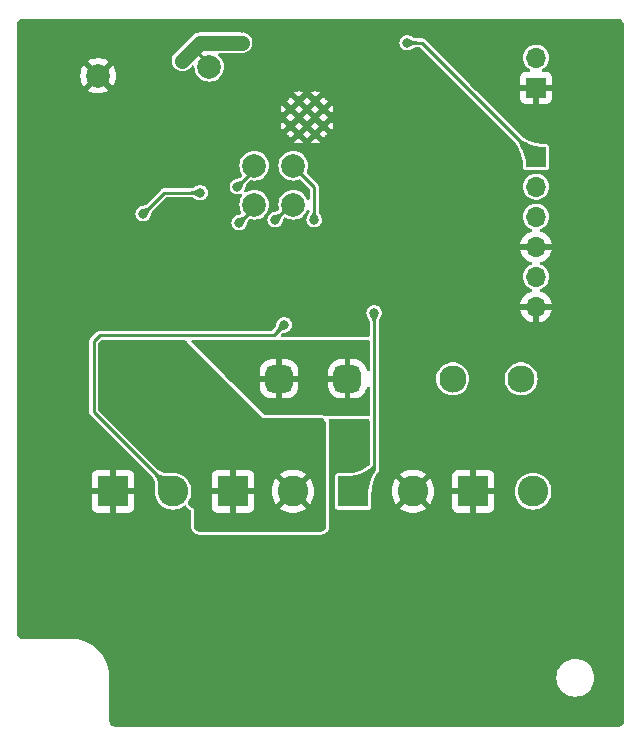
<source format=gbl>
%TF.GenerationSoftware,KiCad,Pcbnew,7.0.1*%
%TF.CreationDate,2023-05-02T23:50:35+02:00*%
%TF.ProjectId,espilepsy,65737069-6c65-4707-9379-2e6b69636164,rev?*%
%TF.SameCoordinates,Original*%
%TF.FileFunction,Copper,L2,Bot*%
%TF.FilePolarity,Positive*%
%FSLAX46Y46*%
G04 Gerber Fmt 4.6, Leading zero omitted, Abs format (unit mm)*
G04 Created by KiCad (PCBNEW 7.0.1) date 2023-05-02 23:50:35*
%MOMM*%
%LPD*%
G01*
G04 APERTURE LIST*
G04 Aperture macros list*
%AMRoundRect*
0 Rectangle with rounded corners*
0 $1 Rounding radius*
0 $2 $3 $4 $5 $6 $7 $8 $9 X,Y pos of 4 corners*
0 Add a 4 corners polygon primitive as box body*
4,1,4,$2,$3,$4,$5,$6,$7,$8,$9,$2,$3,0*
0 Add four circle primitives for the rounded corners*
1,1,$1+$1,$2,$3*
1,1,$1+$1,$4,$5*
1,1,$1+$1,$6,$7*
1,1,$1+$1,$8,$9*
0 Add four rect primitives between the rounded corners*
20,1,$1+$1,$2,$3,$4,$5,0*
20,1,$1+$1,$4,$5,$6,$7,0*
20,1,$1+$1,$6,$7,$8,$9,0*
20,1,$1+$1,$8,$9,$2,$3,0*%
G04 Aperture macros list end*
%TA.AperFunction,ComponentPad*%
%ADD10RoundRect,0.575000X-0.575000X-0.575000X0.575000X-0.575000X0.575000X0.575000X-0.575000X0.575000X0*%
%TD*%
%TA.AperFunction,ComponentPad*%
%ADD11C,2.300000*%
%TD*%
%TA.AperFunction,ComponentPad*%
%ADD12R,2.600000X2.600000*%
%TD*%
%TA.AperFunction,ComponentPad*%
%ADD13C,2.600000*%
%TD*%
%TA.AperFunction,HeatsinkPad*%
%ADD14C,0.600000*%
%TD*%
%TA.AperFunction,ComponentPad*%
%ADD15R,1.700000X1.700000*%
%TD*%
%TA.AperFunction,ComponentPad*%
%ADD16O,1.700000X1.700000*%
%TD*%
%TA.AperFunction,SMDPad,CuDef*%
%ADD17C,2.000000*%
%TD*%
%TA.AperFunction,ViaPad*%
%ADD18C,0.800000*%
%TD*%
%TA.AperFunction,Conductor*%
%ADD19C,0.250000*%
%TD*%
%TA.AperFunction,Conductor*%
%ADD20C,1.250000*%
%TD*%
G04 APERTURE END LIST*
D10*
%TO.P,F1,1*%
%TO.N,+5V*%
X68655000Y-87884000D03*
X74455000Y-87884000D03*
D11*
%TO.P,F1,2*%
%TO.N,/VIN*%
X83355000Y-87884000D03*
X89155000Y-87884000D03*
%TD*%
D12*
%TO.P,J3,1,Pin_1*%
%TO.N,/LED_5V*%
X64765000Y-97409000D03*
D13*
%TO.P,J3,2,Pin_2*%
X69845000Y-97409000D03*
%TD*%
D12*
%TO.P,J2,1,Pin_1*%
%TO.N,GND*%
X54605000Y-97409000D03*
D13*
%TO.P,J2,2,Pin_2*%
%TO.N,/LED_DATA_0_OUT*%
X59685000Y-97409000D03*
%TD*%
D14*
%TO.P,U3,39,GND*%
%TO.N,GND*%
X69630000Y-65059000D03*
X69630000Y-66459000D03*
X70330000Y-64359000D03*
X70330000Y-65759000D03*
X70330000Y-67159000D03*
X71005000Y-65059000D03*
X71005000Y-66459000D03*
X71730000Y-64359000D03*
X71730000Y-65759000D03*
X71730000Y-67159000D03*
X72430000Y-65059000D03*
X72430000Y-66459000D03*
%TD*%
D15*
%TO.P,J1,1,Pin_1*%
%TO.N,+3.3V*%
X90424000Y-69088000D03*
D16*
%TO.P,J1,2,Pin_2*%
%TO.N,/UART_TX*%
X90424000Y-71628000D03*
%TO.P,J1,3,Pin_3*%
%TO.N,/UART_RX*%
X90424000Y-74168000D03*
%TO.P,J1,4,Pin_4*%
%TO.N,GND*%
X90424000Y-76708000D03*
%TO.P,J1,5,Pin_5*%
%TO.N,/IO0*%
X90424000Y-79248000D03*
%TO.P,J1,6,Pin_6*%
%TO.N,GND*%
X90424000Y-81788000D03*
%TD*%
D12*
%TO.P,J5,1,Pin_1*%
%TO.N,GND*%
X85090000Y-97409000D03*
D13*
%TO.P,J5,2,Pin_2*%
%TO.N,/VIN*%
X90170000Y-97409000D03*
%TD*%
D12*
%TO.P,J4,1,Pin_1*%
%TO.N,/LED_DATA_1_OUT*%
X74925000Y-97409000D03*
D13*
%TO.P,J4,2,Pin_2*%
%TO.N,GND*%
X80005000Y-97409000D03*
%TD*%
D15*
%TO.P,J6,1,Pin_1*%
%TO.N,GND*%
X90424000Y-63246000D03*
D16*
%TO.P,J6,2,Pin_2*%
%TO.N,/BTN_1*%
X90424000Y-60706000D03*
%TD*%
D17*
%TO.P,TP1,1,1*%
%TO.N,+3.3V*%
X62738000Y-61468000D03*
%TD*%
%TO.P,TP5,1,1*%
%TO.N,/TDO*%
X69850000Y-69850000D03*
%TD*%
%TO.P,TP3,1,1*%
%TO.N,/TDI*%
X66548000Y-73152000D03*
%TD*%
%TO.P,TP6,1,1*%
%TO.N,GND*%
X53340000Y-62230000D03*
%TD*%
%TO.P,TP4,1,1*%
%TO.N,/TCK*%
X69850000Y-73152000D03*
%TD*%
%TO.P,TP2,1,1*%
%TO.N,/TMS*%
X66548000Y-69850000D03*
%TD*%
D18*
%TO.N,+3.3V*%
X61468000Y-59944000D03*
X60452000Y-60960000D03*
X79502000Y-59436000D03*
X65532000Y-59436000D03*
%TO.N,/TMS*%
X65129502Y-71628000D03*
%TO.N,GND*%
X87884000Y-77978000D03*
X54864000Y-65024000D03*
X66802000Y-77978000D03*
X97028000Y-58166000D03*
X65532000Y-60706000D03*
X53848000Y-58166000D03*
X47244000Y-58166000D03*
X52027000Y-88138000D03*
X87884000Y-81280000D03*
X82804000Y-77470000D03*
X87884000Y-73406000D03*
X79502000Y-58166000D03*
X80010000Y-85090000D03*
X65278000Y-75946000D03*
X88392000Y-65532000D03*
X74676000Y-92837000D03*
X72390000Y-58166000D03*
X83566000Y-67056000D03*
X60960000Y-78232000D03*
X83058000Y-58166000D03*
X61214000Y-58166000D03*
X77597000Y-85090000D03*
X52027000Y-91694000D03*
X76962000Y-77978000D03*
X60452000Y-65024000D03*
X72390000Y-60706000D03*
X79502000Y-60706000D03*
X65532000Y-58166000D03*
X83566000Y-73406000D03*
X71882000Y-77978000D03*
X54610000Y-79756000D03*
X80264000Y-78740000D03*
X88392000Y-58166000D03*
X78232000Y-73914000D03*
%TO.N,/TCK*%
X68326000Y-74422000D03*
%TO.N,/TDO*%
X71628000Y-74422000D03*
%TO.N,/TDI*%
X65278000Y-74676000D03*
%TO.N,/LED_POWER*%
X57150000Y-73914000D03*
X61976000Y-72136000D03*
%TO.N,/LED_5V*%
X55626000Y-86106000D03*
X55626000Y-87503000D03*
X59055000Y-89662000D03*
X62484000Y-87630000D03*
%TO.N,/LED_DATA_0_OUT*%
X69088000Y-83312000D03*
%TO.N,/LED_DATA_1_OUT*%
X76708000Y-82296000D03*
%TD*%
D19*
%TO.N,+3.3V*%
X80772000Y-59436000D02*
X90424000Y-69088000D01*
X62738000Y-61468000D02*
X62738000Y-61214000D01*
D20*
X65532000Y-59436000D02*
X61976000Y-59436000D01*
D19*
X62738000Y-61214000D02*
X61468000Y-59944000D01*
D20*
X61468000Y-59944000D02*
X60452000Y-60960000D01*
D19*
X80772000Y-59436000D02*
X79502000Y-59436000D01*
D20*
X61976000Y-59436000D02*
X61468000Y-59944000D01*
D19*
%TO.N,/TMS*%
X66548000Y-69850000D02*
X66548000Y-70209502D01*
X66548000Y-70209502D02*
X65129502Y-71628000D01*
%TO.N,/TCK*%
X69850000Y-73152000D02*
X69596000Y-73152000D01*
X69596000Y-73152000D02*
X68326000Y-74422000D01*
%TO.N,/TDO*%
X69850000Y-69850000D02*
X71628000Y-71628000D01*
X71628000Y-71628000D02*
X71628000Y-74422000D01*
%TO.N,/TDI*%
X66548000Y-73406000D02*
X65278000Y-74676000D01*
X66548000Y-73152000D02*
X66548000Y-73406000D01*
%TO.N,/LED_POWER*%
X58928000Y-72136000D02*
X57150000Y-73914000D01*
X61976000Y-72136000D02*
X58928000Y-72136000D01*
%TO.N,/LED_DATA_0_OUT*%
X69088000Y-83312000D02*
X68199000Y-84201000D01*
X68199000Y-84201000D02*
X53467000Y-84201000D01*
X52959000Y-84709000D02*
X52959000Y-90683000D01*
X53467000Y-84201000D02*
X52959000Y-84709000D01*
X52959000Y-90683000D02*
X59685000Y-97409000D01*
%TO.N,/LED_DATA_1_OUT*%
X76708000Y-82296000D02*
X76708000Y-95626000D01*
X76708000Y-95626000D02*
X74925000Y-97409000D01*
%TD*%
%TA.AperFunction,Conductor*%
%TO.N,/LED_5V*%
G36*
X60506952Y-84583061D02*
G01*
X60612116Y-84596906D01*
X60643383Y-84605284D01*
X60733808Y-84642739D01*
X60761842Y-84658924D01*
X60846003Y-84723503D01*
X60858198Y-84734198D01*
X64516000Y-88392000D01*
X67310000Y-91186000D01*
X72135874Y-91186000D01*
X72152059Y-91187061D01*
X72257223Y-91200906D01*
X72288491Y-91209284D01*
X72378918Y-91246740D01*
X72406952Y-91262925D01*
X72484602Y-91322509D01*
X72507491Y-91345398D01*
X72567074Y-91423048D01*
X72583259Y-91451081D01*
X72620715Y-91541508D01*
X72629093Y-91572775D01*
X72642939Y-91677940D01*
X72644000Y-91694126D01*
X72644000Y-100329874D01*
X72642939Y-100346060D01*
X72629093Y-100451224D01*
X72620715Y-100482491D01*
X72583259Y-100572918D01*
X72567074Y-100600951D01*
X72507491Y-100678601D01*
X72484601Y-100701491D01*
X72406951Y-100761074D01*
X72378918Y-100777259D01*
X72288491Y-100814715D01*
X72257224Y-100823093D01*
X72163398Y-100835446D01*
X72152058Y-100836939D01*
X72135874Y-100838000D01*
X61976126Y-100838000D01*
X61959941Y-100836939D01*
X61946917Y-100835224D01*
X61854775Y-100823093D01*
X61823508Y-100814715D01*
X61733081Y-100777259D01*
X61705048Y-100761074D01*
X61627398Y-100701491D01*
X61604508Y-100678601D01*
X61544925Y-100600951D01*
X61528740Y-100572918D01*
X61491284Y-100482491D01*
X61482906Y-100451223D01*
X61469061Y-100346059D01*
X61468000Y-100329874D01*
X61468000Y-99144303D01*
X61468000Y-98933000D01*
X61316470Y-98785741D01*
X61316464Y-98785733D01*
X60976041Y-98454905D01*
X60945972Y-98408484D01*
X60939079Y-98353606D01*
X60956731Y-98301194D01*
X61070777Y-98115089D01*
X61142867Y-97941049D01*
X61164171Y-97889615D01*
X61164172Y-97889612D01*
X61219538Y-97659000D01*
X62965000Y-97659000D01*
X62965000Y-98756824D01*
X62971402Y-98816375D01*
X63021647Y-98951089D01*
X63107811Y-99066188D01*
X63222910Y-99152352D01*
X63357624Y-99202597D01*
X63417176Y-99209000D01*
X64515000Y-99209000D01*
X64515000Y-97659000D01*
X65015000Y-97659000D01*
X65015000Y-99209000D01*
X66112824Y-99209000D01*
X66172375Y-99202597D01*
X66307089Y-99152352D01*
X66422188Y-99066188D01*
X66508352Y-98951089D01*
X66546913Y-98847702D01*
X68759848Y-98847702D01*
X68942479Y-98972217D01*
X69185542Y-99089270D01*
X69443339Y-99168791D01*
X69710109Y-99209000D01*
X69979891Y-99209000D01*
X70246660Y-99168791D01*
X70504460Y-99089270D01*
X70747523Y-98972217D01*
X70930150Y-98847702D01*
X69845000Y-97762553D01*
X68759848Y-98847702D01*
X66546913Y-98847702D01*
X66558597Y-98816375D01*
X66565000Y-98756824D01*
X66565000Y-97659000D01*
X65015000Y-97659000D01*
X64515000Y-97659000D01*
X62965000Y-97659000D01*
X61219538Y-97659000D01*
X61221146Y-97652302D01*
X61240294Y-97409000D01*
X61240294Y-97408999D01*
X68039952Y-97408999D01*
X68060113Y-97678026D01*
X68120146Y-97941049D01*
X68218708Y-98192178D01*
X68353598Y-98425816D01*
X68407295Y-98493150D01*
X69491447Y-97409001D01*
X69491447Y-97409000D01*
X70198553Y-97409000D01*
X71282703Y-98493151D01*
X71282704Y-98493150D01*
X71336400Y-98425818D01*
X71471291Y-98192178D01*
X71569853Y-97941049D01*
X71629886Y-97678026D01*
X71650047Y-97409000D01*
X71629886Y-97139973D01*
X71569853Y-96876950D01*
X71471291Y-96625821D01*
X71336398Y-96392178D01*
X71282704Y-96324847D01*
X70198553Y-97409000D01*
X69491447Y-97409000D01*
X68407295Y-96324848D01*
X68353598Y-96392182D01*
X68218708Y-96625821D01*
X68120146Y-96876950D01*
X68060113Y-97139973D01*
X68039952Y-97408999D01*
X61240294Y-97408999D01*
X61221146Y-97165698D01*
X61219538Y-97159000D01*
X62965000Y-97159000D01*
X64515000Y-97159000D01*
X64515000Y-95609000D01*
X65015000Y-95609000D01*
X65015000Y-97159000D01*
X66565000Y-97159000D01*
X66565000Y-96061176D01*
X66558597Y-96001624D01*
X66546912Y-95970296D01*
X68759848Y-95970296D01*
X69845000Y-97055447D01*
X69845001Y-97055447D01*
X70930150Y-95970296D01*
X70747519Y-95845780D01*
X70504460Y-95728729D01*
X70246660Y-95649208D01*
X69979891Y-95609000D01*
X69710109Y-95609000D01*
X69443339Y-95649208D01*
X69185542Y-95728729D01*
X68942476Y-95845783D01*
X68759848Y-95970296D01*
X66546912Y-95970296D01*
X66508352Y-95866910D01*
X66422188Y-95751811D01*
X66307089Y-95665647D01*
X66172375Y-95615402D01*
X66112824Y-95609000D01*
X65015000Y-95609000D01*
X64515000Y-95609000D01*
X63417176Y-95609000D01*
X63357624Y-95615402D01*
X63222910Y-95665647D01*
X63107811Y-95751811D01*
X63021647Y-95866910D01*
X62971402Y-96001624D01*
X62965000Y-96061176D01*
X62965000Y-97159000D01*
X61219538Y-97159000D01*
X61164172Y-96928388D01*
X61164171Y-96928387D01*
X61164171Y-96928384D01*
X61070778Y-96702911D01*
X60991711Y-96573887D01*
X60943259Y-96494821D01*
X60784759Y-96309241D01*
X60599179Y-96150741D01*
X60570068Y-96132902D01*
X60391088Y-96023221D01*
X60165615Y-95929828D01*
X59928303Y-95872854D01*
X59786206Y-95861671D01*
X59685000Y-95853706D01*
X59684998Y-95853706D01*
X59591606Y-95861055D01*
X59575957Y-95861295D01*
X59573424Y-95861173D01*
X59564108Y-95860897D01*
X59563314Y-95860888D01*
X59563301Y-95860888D01*
X59563295Y-95860888D01*
X59559459Y-95860910D01*
X59554387Y-95860941D01*
X59316506Y-95866496D01*
X59315330Y-95866518D01*
X59107727Y-95869394D01*
X59095144Y-95868929D01*
X58925307Y-95853990D01*
X58902864Y-95849910D01*
X58751682Y-95807751D01*
X58726048Y-95797403D01*
X58563365Y-95709508D01*
X58542333Y-95695177D01*
X58440219Y-95609000D01*
X58330551Y-95516448D01*
X58328928Y-95515529D01*
X58302345Y-95495307D01*
X53370819Y-90563781D01*
X53343939Y-90523553D01*
X53334500Y-90476100D01*
X53334500Y-84915899D01*
X53343939Y-84868446D01*
X53370819Y-84828218D01*
X53580718Y-84618319D01*
X53620946Y-84591439D01*
X53668399Y-84582000D01*
X60490767Y-84582000D01*
X60506952Y-84583061D01*
G37*
%TD.AperFunction*%
%TD*%
%TA.AperFunction,Conductor*%
%TO.N,GND*%
G36*
X97358059Y-57405061D02*
G01*
X97463223Y-57418906D01*
X97494491Y-57427284D01*
X97584918Y-57464740D01*
X97612952Y-57480925D01*
X97690602Y-57540509D01*
X97713491Y-57563398D01*
X97773074Y-57641048D01*
X97789259Y-57669081D01*
X97826715Y-57759508D01*
X97835093Y-57790775D01*
X97848439Y-57892142D01*
X97849500Y-57908328D01*
X97849500Y-116843672D01*
X97848439Y-116859858D01*
X97835093Y-116961224D01*
X97826715Y-116992491D01*
X97789259Y-117082918D01*
X97773074Y-117110951D01*
X97713491Y-117188601D01*
X97690601Y-117211491D01*
X97612951Y-117271074D01*
X97584918Y-117287259D01*
X97494491Y-117324715D01*
X97463224Y-117333093D01*
X97373822Y-117344863D01*
X97361856Y-117346439D01*
X97345672Y-117347500D01*
X54804328Y-117347500D01*
X54788143Y-117346439D01*
X54774424Y-117344632D01*
X54686775Y-117333093D01*
X54655508Y-117324715D01*
X54565081Y-117287259D01*
X54537048Y-117271074D01*
X54459398Y-117211491D01*
X54436508Y-117188601D01*
X54376925Y-117110951D01*
X54360740Y-117082918D01*
X54323284Y-116992491D01*
X54314906Y-116961223D01*
X54301561Y-116859857D01*
X54300500Y-116843672D01*
X54300500Y-113199999D01*
X92144551Y-113199999D01*
X92164317Y-113451149D01*
X92223126Y-113696110D01*
X92271330Y-113812484D01*
X92319534Y-113928859D01*
X92451164Y-114143659D01*
X92614776Y-114335224D01*
X92806341Y-114498836D01*
X93021141Y-114630466D01*
X93253889Y-114726873D01*
X93498852Y-114785683D01*
X93687118Y-114800500D01*
X93812879Y-114800500D01*
X93812882Y-114800500D01*
X94001148Y-114785683D01*
X94246111Y-114726873D01*
X94478859Y-114630466D01*
X94693659Y-114498836D01*
X94885224Y-114335224D01*
X95048836Y-114143659D01*
X95180466Y-113928859D01*
X95276873Y-113696111D01*
X95335683Y-113451148D01*
X95355449Y-113200000D01*
X95335683Y-112948852D01*
X95276873Y-112703889D01*
X95180466Y-112471141D01*
X95048836Y-112256341D01*
X94885224Y-112064776D01*
X94693659Y-111901164D01*
X94478859Y-111769534D01*
X94362485Y-111721330D01*
X94246110Y-111673126D01*
X94001149Y-111614317D01*
X93954081Y-111610612D01*
X93812882Y-111599500D01*
X93687118Y-111599500D01*
X93574158Y-111608390D01*
X93498850Y-111614317D01*
X93253889Y-111673126D01*
X93021139Y-111769535D01*
X92806342Y-111901163D01*
X92614776Y-112064776D01*
X92451163Y-112256342D01*
X92319535Y-112471139D01*
X92223126Y-112703889D01*
X92164317Y-112948850D01*
X92144551Y-113199999D01*
X54300500Y-113199999D01*
X54300500Y-113027031D01*
X54282430Y-112855108D01*
X54264339Y-112682980D01*
X54192413Y-112344596D01*
X54085510Y-112015584D01*
X53944802Y-111699548D01*
X53944801Y-111699545D01*
X53771833Y-111399955D01*
X53771831Y-111399952D01*
X53568490Y-111120078D01*
X53510813Y-111056022D01*
X53337008Y-110862991D01*
X53079924Y-110631512D01*
X53079925Y-110631512D01*
X53079922Y-110631510D01*
X52800048Y-110428169D01*
X52800044Y-110428166D01*
X52500454Y-110255198D01*
X52184414Y-110114489D01*
X51855401Y-110007586D01*
X51517026Y-109935662D01*
X51517023Y-109935661D01*
X51517020Y-109935661D01*
X51172972Y-109899500D01*
X51172969Y-109899500D01*
X46954328Y-109899500D01*
X46938143Y-109898439D01*
X46924424Y-109896632D01*
X46836775Y-109885093D01*
X46805508Y-109876715D01*
X46715081Y-109839259D01*
X46687048Y-109823074D01*
X46609398Y-109763491D01*
X46586508Y-109740601D01*
X46526925Y-109662951D01*
X46510740Y-109634918D01*
X46473284Y-109544491D01*
X46464906Y-109513223D01*
X46451561Y-109411857D01*
X46450500Y-109395672D01*
X46450500Y-97659000D01*
X52805000Y-97659000D01*
X52805000Y-98756824D01*
X52811402Y-98816375D01*
X52861647Y-98951089D01*
X52947811Y-99066188D01*
X53062910Y-99152352D01*
X53197624Y-99202597D01*
X53257176Y-99209000D01*
X54355000Y-99209000D01*
X54355000Y-97659000D01*
X54855000Y-97659000D01*
X54855000Y-99209000D01*
X55952824Y-99209000D01*
X56012375Y-99202597D01*
X56147089Y-99152352D01*
X56262188Y-99066188D01*
X56348352Y-98951089D01*
X56398597Y-98816375D01*
X56405000Y-98756824D01*
X56405000Y-97659000D01*
X54855000Y-97659000D01*
X54355000Y-97659000D01*
X52805000Y-97659000D01*
X46450500Y-97659000D01*
X46450500Y-97159000D01*
X52805000Y-97159000D01*
X54355000Y-97159000D01*
X54355000Y-95609000D01*
X54855000Y-95609000D01*
X54855000Y-97159000D01*
X56405000Y-97159000D01*
X56405000Y-96061176D01*
X56398597Y-96001624D01*
X56348352Y-95866910D01*
X56262188Y-95751811D01*
X56147089Y-95665647D01*
X56012375Y-95615402D01*
X55952824Y-95609000D01*
X54855000Y-95609000D01*
X54355000Y-95609000D01*
X53257176Y-95609000D01*
X53197624Y-95615402D01*
X53062910Y-95665647D01*
X52947811Y-95751811D01*
X52861647Y-95866910D01*
X52811402Y-96001624D01*
X52805000Y-96061176D01*
X52805000Y-97159000D01*
X46450500Y-97159000D01*
X46450500Y-90667266D01*
X52578633Y-90667266D01*
X52582548Y-90698677D01*
X52583500Y-90714014D01*
X52583500Y-90714116D01*
X52586918Y-90734602D01*
X52587657Y-90739670D01*
X52595107Y-90799438D01*
X52595185Y-90799682D01*
X52623827Y-90852608D01*
X52626171Y-90857162D01*
X52652634Y-90911292D01*
X52652777Y-90911482D01*
X52658579Y-90916824D01*
X52658581Y-90916826D01*
X52697108Y-90952293D01*
X52700780Y-90955817D01*
X57771306Y-96026343D01*
X57791527Y-96052924D01*
X57792449Y-96054553D01*
X57971975Y-96267281D01*
X57986287Y-96288277D01*
X58074878Y-96452123D01*
X58085208Y-96477659D01*
X58127894Y-96630075D01*
X58131989Y-96652405D01*
X58147368Y-96823347D01*
X58147859Y-96835851D01*
X58145519Y-97044151D01*
X58145502Y-97045270D01*
X58141126Y-97261201D01*
X58140769Y-97268417D01*
X58129706Y-97408998D01*
X58148854Y-97652303D01*
X58205828Y-97889615D01*
X58299221Y-98115088D01*
X58346463Y-98192178D01*
X58426741Y-98323179D01*
X58585241Y-98508759D01*
X58770821Y-98667259D01*
X58849887Y-98715711D01*
X58978911Y-98794778D01*
X59204384Y-98888171D01*
X59204387Y-98888171D01*
X59204388Y-98888172D01*
X59441698Y-98945146D01*
X59685000Y-98964294D01*
X59928302Y-98945146D01*
X60165612Y-98888172D01*
X60165613Y-98888171D01*
X60165615Y-98888171D01*
X60391088Y-98794778D01*
X60599177Y-98667260D01*
X60599176Y-98667260D01*
X60599179Y-98667259D01*
X60635018Y-98636648D01*
X60689189Y-98609773D01*
X60749632Y-98611715D01*
X60801966Y-98642013D01*
X61128660Y-98959500D01*
X61174919Y-99004455D01*
X61202719Y-99045110D01*
X61212500Y-99093380D01*
X61212500Y-100329861D01*
X61213047Y-100346589D01*
X61214109Y-100362797D01*
X61215745Y-100379400D01*
X61229590Y-100484565D01*
X61236112Y-100517355D01*
X61244488Y-100548617D01*
X61255231Y-100580263D01*
X61292689Y-100670694D01*
X61307471Y-100700669D01*
X61323652Y-100728697D01*
X61342227Y-100756496D01*
X61395669Y-100826143D01*
X61401806Y-100834140D01*
X61423842Y-100859267D01*
X61446732Y-100882157D01*
X61471859Y-100904193D01*
X61471862Y-100904195D01*
X61549502Y-100963771D01*
X61577301Y-100982346D01*
X61594687Y-100992383D01*
X61605330Y-100998528D01*
X61635306Y-101013310D01*
X61680519Y-101032038D01*
X61725730Y-101050765D01*
X61725733Y-101050766D01*
X61757379Y-101061509D01*
X61788646Y-101069887D01*
X61821424Y-101076407D01*
X61913288Y-101088501D01*
X61926574Y-101090251D01*
X61926577Y-101090251D01*
X61926590Y-101090253D01*
X61943228Y-101091892D01*
X61959413Y-101092953D01*
X61976126Y-101093500D01*
X72135862Y-101093500D01*
X72135874Y-101093500D01*
X72152588Y-101092953D01*
X72168772Y-101091892D01*
X72185409Y-101090253D01*
X72290575Y-101076407D01*
X72323353Y-101069887D01*
X72354620Y-101061509D01*
X72386266Y-101050766D01*
X72476693Y-101013310D01*
X72506669Y-100998528D01*
X72534702Y-100982343D01*
X72562490Y-100963776D01*
X72640140Y-100904193D01*
X72665267Y-100882157D01*
X72688157Y-100859267D01*
X72710193Y-100834140D01*
X72769776Y-100756490D01*
X72788343Y-100728702D01*
X72804528Y-100700669D01*
X72819310Y-100670693D01*
X72856766Y-100580266D01*
X72867509Y-100548620D01*
X72875887Y-100517353D01*
X72882407Y-100484576D01*
X72896253Y-100379412D01*
X72897892Y-100362772D01*
X72898953Y-100346586D01*
X72899500Y-100329874D01*
X72899500Y-91694126D01*
X72898953Y-91677414D01*
X72897892Y-91661228D01*
X72896253Y-91644589D01*
X72882407Y-91539424D01*
X72875887Y-91506646D01*
X72867509Y-91475379D01*
X72866458Y-91471455D01*
X72867865Y-91471078D01*
X72863281Y-91420310D01*
X72885145Y-91366275D01*
X72929282Y-91328201D01*
X72985940Y-91314500D01*
X76208500Y-91314500D01*
X76270500Y-91331113D01*
X76315887Y-91376500D01*
X76332500Y-91438500D01*
X76332500Y-95112641D01*
X76319054Y-95168799D01*
X76281633Y-95212779D01*
X76176350Y-95289670D01*
X76169302Y-95294455D01*
X75925935Y-95447737D01*
X75917861Y-95452408D01*
X75677696Y-95579534D01*
X75668554Y-95583904D01*
X75431660Y-95685487D01*
X75421469Y-95689336D01*
X75187657Y-95766097D01*
X75176520Y-95769187D01*
X74945320Y-95821853D01*
X74933436Y-95823958D01*
X74697252Y-95854020D01*
X74696101Y-95854327D01*
X74664204Y-95858500D01*
X73600325Y-95858500D01*
X73527261Y-95873033D01*
X73444399Y-95928399D01*
X73389033Y-96011261D01*
X73374500Y-96084325D01*
X73374500Y-98733675D01*
X73389033Y-98806738D01*
X73389033Y-98806739D01*
X73389034Y-98806740D01*
X73444399Y-98889601D01*
X73527260Y-98944966D01*
X73558042Y-98951089D01*
X73600325Y-98959500D01*
X73600326Y-98959500D01*
X76249674Y-98959500D01*
X76249675Y-98959500D01*
X76274029Y-98954655D01*
X76322740Y-98944966D01*
X76405601Y-98889601D01*
X76433597Y-98847702D01*
X78919848Y-98847702D01*
X79102479Y-98972217D01*
X79345542Y-99089270D01*
X79603339Y-99168791D01*
X79870109Y-99209000D01*
X80139891Y-99209000D01*
X80406660Y-99168791D01*
X80664460Y-99089270D01*
X80907523Y-98972217D01*
X81090150Y-98847702D01*
X80005000Y-97762553D01*
X78919848Y-98847702D01*
X76433597Y-98847702D01*
X76460966Y-98806740D01*
X76475500Y-98733674D01*
X76475500Y-97488210D01*
X76478579Y-97460748D01*
X76490332Y-97408999D01*
X78199952Y-97408999D01*
X78220113Y-97678026D01*
X78280146Y-97941049D01*
X78378708Y-98192178D01*
X78513598Y-98425816D01*
X78567295Y-98493150D01*
X79651447Y-97409001D01*
X79651447Y-97409000D01*
X80358553Y-97409000D01*
X81442703Y-98493151D01*
X81442704Y-98493150D01*
X81496400Y-98425818D01*
X81631291Y-98192178D01*
X81729853Y-97941049D01*
X81789886Y-97678026D01*
X81791312Y-97659000D01*
X83290000Y-97659000D01*
X83290000Y-98756824D01*
X83296402Y-98816375D01*
X83346647Y-98951089D01*
X83432811Y-99066188D01*
X83547910Y-99152352D01*
X83682624Y-99202597D01*
X83742176Y-99209000D01*
X84840000Y-99209000D01*
X84840000Y-97659000D01*
X85340000Y-97659000D01*
X85340000Y-99209000D01*
X86437824Y-99209000D01*
X86497375Y-99202597D01*
X86632089Y-99152352D01*
X86747188Y-99066188D01*
X86833352Y-98951089D01*
X86883597Y-98816375D01*
X86890000Y-98756824D01*
X86890000Y-97659000D01*
X85340000Y-97659000D01*
X84840000Y-97659000D01*
X83290000Y-97659000D01*
X81791312Y-97659000D01*
X81810047Y-97408999D01*
X88614706Y-97408999D01*
X88633854Y-97652303D01*
X88690828Y-97889615D01*
X88784221Y-98115088D01*
X88831463Y-98192178D01*
X88911741Y-98323179D01*
X89070241Y-98508759D01*
X89255821Y-98667259D01*
X89334887Y-98715711D01*
X89463911Y-98794778D01*
X89689384Y-98888171D01*
X89689387Y-98888171D01*
X89689388Y-98888172D01*
X89926698Y-98945146D01*
X90170000Y-98964294D01*
X90413302Y-98945146D01*
X90650612Y-98888172D01*
X90650613Y-98888171D01*
X90650615Y-98888171D01*
X90876088Y-98794778D01*
X90926045Y-98764163D01*
X91084179Y-98667259D01*
X91269759Y-98508759D01*
X91428259Y-98323179D01*
X91555777Y-98115089D01*
X91555778Y-98115088D01*
X91649171Y-97889615D01*
X91649172Y-97889612D01*
X91706146Y-97652302D01*
X91725294Y-97409000D01*
X91706146Y-97165698D01*
X91649172Y-96928388D01*
X91649171Y-96928387D01*
X91649171Y-96928384D01*
X91555778Y-96702911D01*
X91476711Y-96573887D01*
X91428259Y-96494821D01*
X91269759Y-96309241D01*
X91084179Y-96150741D01*
X91045217Y-96126865D01*
X90876088Y-96023221D01*
X90650615Y-95929828D01*
X90413303Y-95872854D01*
X90170000Y-95853706D01*
X89926696Y-95872854D01*
X89689384Y-95929828D01*
X89463911Y-96023221D01*
X89255822Y-96150740D01*
X89070241Y-96309241D01*
X88911740Y-96494822D01*
X88784221Y-96702911D01*
X88690828Y-96928384D01*
X88633854Y-97165696D01*
X88614706Y-97408999D01*
X81810047Y-97408999D01*
X81791312Y-97159000D01*
X83290000Y-97159000D01*
X84840000Y-97159000D01*
X84840000Y-95609000D01*
X85340000Y-95609000D01*
X85340000Y-97159000D01*
X86890000Y-97159000D01*
X86890000Y-96061176D01*
X86883597Y-96001624D01*
X86833352Y-95866910D01*
X86747188Y-95751811D01*
X86632089Y-95665647D01*
X86497375Y-95615402D01*
X86437824Y-95609000D01*
X85340000Y-95609000D01*
X84840000Y-95609000D01*
X83742176Y-95609000D01*
X83682624Y-95615402D01*
X83547910Y-95665647D01*
X83432811Y-95751811D01*
X83346647Y-95866910D01*
X83296402Y-96001624D01*
X83290000Y-96061176D01*
X83290000Y-97159000D01*
X81791312Y-97159000D01*
X81789886Y-97139973D01*
X81729853Y-96876950D01*
X81631291Y-96625821D01*
X81496398Y-96392178D01*
X81442704Y-96324847D01*
X80358553Y-97409000D01*
X79651447Y-97409000D01*
X78567295Y-96324848D01*
X78513598Y-96392182D01*
X78378708Y-96625821D01*
X78280146Y-96876950D01*
X78220113Y-97139973D01*
X78199952Y-97408999D01*
X76490332Y-97408999D01*
X76560332Y-97100775D01*
X76560762Y-97098953D01*
X76646099Y-96749516D01*
X76646634Y-96747411D01*
X76731579Y-96425784D01*
X76732234Y-96423408D01*
X76816637Y-96129859D01*
X76817541Y-96126865D01*
X76830962Y-96084326D01*
X76844999Y-96039835D01*
X76875569Y-95989467D01*
X76894740Y-95970296D01*
X78919848Y-95970296D01*
X80005000Y-97055447D01*
X80005001Y-97055447D01*
X81090150Y-95970296D01*
X80907519Y-95845780D01*
X80664460Y-95728729D01*
X80406660Y-95649208D01*
X80139891Y-95609000D01*
X79870109Y-95609000D01*
X79603339Y-95649208D01*
X79345542Y-95728729D01*
X79102476Y-95845783D01*
X78919848Y-95970296D01*
X76894740Y-95970296D01*
X76936892Y-95928144D01*
X76956743Y-95912024D01*
X76965836Y-95906084D01*
X76985280Y-95881101D01*
X76995453Y-95869584D01*
X76995520Y-95869518D01*
X77007619Y-95852570D01*
X77010641Y-95848515D01*
X77042809Y-95807189D01*
X77042810Y-95807185D01*
X77047666Y-95800947D01*
X77047753Y-95800778D01*
X77050008Y-95793200D01*
X77050010Y-95793199D01*
X77064951Y-95743009D01*
X77066479Y-95738238D01*
X77083500Y-95688660D01*
X77083500Y-95688656D01*
X77086060Y-95681199D01*
X77086093Y-95680969D01*
X77085767Y-95673090D01*
X77085768Y-95673088D01*
X77083605Y-95620806D01*
X77083500Y-95615684D01*
X77083500Y-87884000D01*
X81949699Y-87884000D01*
X81968865Y-88115299D01*
X81968865Y-88115301D01*
X81968866Y-88115305D01*
X82025843Y-88340300D01*
X82119076Y-88552849D01*
X82246021Y-88747153D01*
X82403216Y-88917913D01*
X82586374Y-89060470D01*
X82790497Y-89170936D01*
X82900258Y-89208617D01*
X83010015Y-89246297D01*
X83010017Y-89246297D01*
X83010019Y-89246298D01*
X83238951Y-89284500D01*
X83471048Y-89284500D01*
X83471049Y-89284500D01*
X83699981Y-89246298D01*
X83919503Y-89170936D01*
X84123626Y-89060470D01*
X84306784Y-88917913D01*
X84463979Y-88747153D01*
X84590924Y-88552849D01*
X84684157Y-88340300D01*
X84741134Y-88115305D01*
X84760300Y-87884000D01*
X87749699Y-87884000D01*
X87768865Y-88115299D01*
X87768865Y-88115301D01*
X87768866Y-88115305D01*
X87825843Y-88340300D01*
X87919076Y-88552849D01*
X88046021Y-88747153D01*
X88203216Y-88917913D01*
X88386374Y-89060470D01*
X88590497Y-89170936D01*
X88700258Y-89208617D01*
X88810015Y-89246297D01*
X88810017Y-89246297D01*
X88810019Y-89246298D01*
X89038951Y-89284500D01*
X89271048Y-89284500D01*
X89271049Y-89284500D01*
X89499981Y-89246298D01*
X89719503Y-89170936D01*
X89923626Y-89060470D01*
X90106784Y-88917913D01*
X90263979Y-88747153D01*
X90390924Y-88552849D01*
X90484157Y-88340300D01*
X90541134Y-88115305D01*
X90560300Y-87884000D01*
X90541134Y-87652695D01*
X90484157Y-87427700D01*
X90390924Y-87215151D01*
X90263979Y-87020847D01*
X90106784Y-86850087D01*
X89923626Y-86707530D01*
X89719503Y-86597064D01*
X89719499Y-86597062D01*
X89719498Y-86597062D01*
X89499984Y-86521702D01*
X89328281Y-86493050D01*
X89271049Y-86483500D01*
X89038951Y-86483500D01*
X88993164Y-86491140D01*
X88810015Y-86521702D01*
X88590501Y-86597062D01*
X88386372Y-86707531D01*
X88203215Y-86850087D01*
X88046020Y-87020848D01*
X87919076Y-87215150D01*
X87825844Y-87427696D01*
X87825842Y-87427700D01*
X87825843Y-87427700D01*
X87785606Y-87586593D01*
X87768865Y-87652700D01*
X87749699Y-87884000D01*
X84760300Y-87884000D01*
X84741134Y-87652695D01*
X84684157Y-87427700D01*
X84590924Y-87215151D01*
X84463979Y-87020847D01*
X84306784Y-86850087D01*
X84123626Y-86707530D01*
X83919503Y-86597064D01*
X83919499Y-86597062D01*
X83919498Y-86597062D01*
X83699984Y-86521702D01*
X83528281Y-86493050D01*
X83471049Y-86483500D01*
X83238951Y-86483500D01*
X83193164Y-86491140D01*
X83010015Y-86521702D01*
X82790501Y-86597062D01*
X82586372Y-86707531D01*
X82403215Y-86850087D01*
X82246020Y-87020848D01*
X82119076Y-87215150D01*
X82025844Y-87427696D01*
X82025842Y-87427700D01*
X82025843Y-87427700D01*
X81985606Y-87586593D01*
X81968865Y-87652700D01*
X81949699Y-87884000D01*
X77083500Y-87884000D01*
X77083500Y-83134363D01*
X77087096Y-83104717D01*
X77088734Y-83098063D01*
X77093372Y-83008140D01*
X77095519Y-82990696D01*
X77102643Y-82954319D01*
X77108682Y-82933416D01*
X77116058Y-82914351D01*
X77123617Y-82898322D01*
X77143957Y-82862152D01*
X77146982Y-82857066D01*
X77187456Y-82792610D01*
X77190357Y-82787875D01*
X77190598Y-82787472D01*
X77192970Y-82783423D01*
X77243745Y-82694864D01*
X77248819Y-82685574D01*
X77249271Y-82684704D01*
X77254061Y-82674985D01*
X77303909Y-82568201D01*
X77318704Y-82520771D01*
X77321130Y-82513745D01*
X77344237Y-82452818D01*
X77363278Y-82296000D01*
X77344237Y-82139182D01*
X77305864Y-82038000D01*
X89093364Y-82038000D01*
X89150569Y-82251492D01*
X89250399Y-82465576D01*
X89385893Y-82659081D01*
X89552918Y-82826106D01*
X89746423Y-82961600D01*
X89960507Y-83061430D01*
X90173999Y-83118635D01*
X90174000Y-83118636D01*
X90174000Y-82038000D01*
X90674000Y-82038000D01*
X90674000Y-83118635D01*
X90887492Y-83061430D01*
X91101576Y-82961600D01*
X91295081Y-82826106D01*
X91462106Y-82659081D01*
X91597600Y-82465576D01*
X91697430Y-82251492D01*
X91754636Y-82038000D01*
X90674000Y-82038000D01*
X90174000Y-82038000D01*
X89093364Y-82038000D01*
X77305864Y-82038000D01*
X77288220Y-81991477D01*
X77198483Y-81861470D01*
X77080240Y-81756717D01*
X77066994Y-81749765D01*
X76940364Y-81683303D01*
X76786985Y-81645500D01*
X76629015Y-81645500D01*
X76475635Y-81683303D01*
X76335761Y-81756716D01*
X76217515Y-81861471D01*
X76127780Y-81991476D01*
X76071763Y-82139181D01*
X76052721Y-82295999D01*
X76071763Y-82452820D01*
X76094862Y-82513728D01*
X76097294Y-82520772D01*
X76097300Y-82520792D01*
X76112088Y-82568197D01*
X76161934Y-82674981D01*
X76166628Y-82684513D01*
X76167077Y-82685379D01*
X76172250Y-82694861D01*
X76223039Y-82783443D01*
X76225753Y-82788063D01*
X76225766Y-82788084D01*
X76226000Y-82788474D01*
X76228545Y-82792616D01*
X76268992Y-82857028D01*
X76272062Y-82862190D01*
X76292373Y-82898309D01*
X76299935Y-82914342D01*
X76307311Y-82933409D01*
X76307314Y-82933416D01*
X76313352Y-82954317D01*
X76320478Y-82990696D01*
X76322626Y-83008143D01*
X76327265Y-83098067D01*
X76328904Y-83104722D01*
X76332500Y-83134368D01*
X76332500Y-84202500D01*
X76315887Y-84264500D01*
X76270500Y-84309887D01*
X76208500Y-84326500D01*
X68915195Y-84326500D01*
X68857765Y-84312399D01*
X68813396Y-84273303D01*
X68792181Y-84218103D01*
X68798943Y-84159355D01*
X68832145Y-84110420D01*
X68856943Y-84088054D01*
X68870788Y-84077243D01*
X68901558Y-84056551D01*
X68920591Y-84046051D01*
X68939311Y-84037775D01*
X68955989Y-84031788D01*
X68965728Y-84029059D01*
X68995917Y-84020601D01*
X69001660Y-84019141D01*
X69075863Y-84002184D01*
X69081034Y-84000945D01*
X69081489Y-84000831D01*
X69086264Y-83999586D01*
X69184786Y-83972869D01*
X69195029Y-83969860D01*
X69195964Y-83969564D01*
X69206136Y-83966107D01*
X69313156Y-83927205D01*
X69318921Y-83925453D01*
X69320361Y-83924696D01*
X69320365Y-83924696D01*
X69460240Y-83851283D01*
X69578483Y-83746530D01*
X69668220Y-83616523D01*
X69724237Y-83468818D01*
X69743278Y-83312000D01*
X69724237Y-83155182D01*
X69668220Y-83007477D01*
X69578483Y-82877470D01*
X69460240Y-82772717D01*
X69446994Y-82765764D01*
X69320364Y-82699303D01*
X69166985Y-82661500D01*
X69009015Y-82661500D01*
X68855635Y-82699303D01*
X68715761Y-82772716D01*
X68597515Y-82877471D01*
X68507778Y-83007479D01*
X68494667Y-83042048D01*
X68488542Y-83055663D01*
X68474157Y-83083092D01*
X68433888Y-83193866D01*
X68430472Y-83203907D01*
X68430190Y-83204798D01*
X68427128Y-83215210D01*
X68400396Y-83313792D01*
X68399155Y-83318544D01*
X68399074Y-83318865D01*
X68397806Y-83324161D01*
X68380868Y-83398275D01*
X68379388Y-83404099D01*
X68368207Y-83444009D01*
X68362216Y-83460695D01*
X68353950Y-83479393D01*
X68343435Y-83498452D01*
X68322755Y-83529204D01*
X68311943Y-83543052D01*
X68251631Y-83609929D01*
X68248088Y-83615788D01*
X68229669Y-83639292D01*
X68079778Y-83789183D01*
X68039553Y-83816061D01*
X67992100Y-83825500D01*
X53518803Y-83825500D01*
X53493357Y-83822861D01*
X53482731Y-83820633D01*
X53451324Y-83824548D01*
X53435987Y-83825500D01*
X53435886Y-83825500D01*
X53415359Y-83828924D01*
X53410300Y-83829661D01*
X53350556Y-83837109D01*
X53350316Y-83837186D01*
X53297359Y-83865844D01*
X53292805Y-83868188D01*
X53238721Y-83894628D01*
X53238506Y-83894788D01*
X53197729Y-83939082D01*
X53194183Y-83942777D01*
X52730108Y-84406852D01*
X52710254Y-84422976D01*
X52701165Y-84428914D01*
X52681722Y-84453894D01*
X52671563Y-84465398D01*
X52671484Y-84465476D01*
X52671479Y-84465482D01*
X52671480Y-84465482D01*
X52659390Y-84482414D01*
X52656341Y-84486504D01*
X52619354Y-84534024D01*
X52619237Y-84534253D01*
X52602057Y-84591955D01*
X52600495Y-84596831D01*
X52580940Y-84653795D01*
X52580906Y-84654030D01*
X52583394Y-84714192D01*
X52583500Y-84719316D01*
X52583500Y-90631195D01*
X52580861Y-90656641D01*
X52578633Y-90667266D01*
X46450500Y-90667266D01*
X46450500Y-76958000D01*
X89093364Y-76958000D01*
X89150569Y-77171492D01*
X89250399Y-77385576D01*
X89385893Y-77579081D01*
X89552918Y-77746106D01*
X89746423Y-77881600D01*
X89960508Y-77981430D01*
X89999584Y-77991901D01*
X90053261Y-78022125D01*
X90085771Y-78074449D01*
X90089090Y-78135961D01*
X90062399Y-78191479D01*
X90012285Y-78227303D01*
X89931360Y-78258653D01*
X89757958Y-78366018D01*
X89607236Y-78503419D01*
X89484324Y-78666181D01*
X89393418Y-78848748D01*
X89337602Y-79044916D01*
X89318785Y-79247999D01*
X89337602Y-79451083D01*
X89393418Y-79647251D01*
X89484324Y-79829818D01*
X89607236Y-79992580D01*
X89757958Y-80129981D01*
X89931361Y-80237347D01*
X89931363Y-80237348D01*
X90012286Y-80268697D01*
X90062398Y-80304519D01*
X90089089Y-80360037D01*
X90085771Y-80421548D01*
X90053263Y-80473873D01*
X89999586Y-80504097D01*
X89960511Y-80514567D01*
X89746421Y-80614400D01*
X89552921Y-80749890D01*
X89385890Y-80916921D01*
X89250400Y-81110421D01*
X89150569Y-81324507D01*
X89093364Y-81537999D01*
X89093364Y-81538000D01*
X91754636Y-81538000D01*
X91754635Y-81537999D01*
X91697430Y-81324507D01*
X91597599Y-81110421D01*
X91462109Y-80916921D01*
X91295081Y-80749893D01*
X91101576Y-80614399D01*
X90887488Y-80514567D01*
X90848413Y-80504097D01*
X90794736Y-80473873D01*
X90762228Y-80421549D01*
X90758910Y-80360037D01*
X90785601Y-80304519D01*
X90835713Y-80268697D01*
X90916637Y-80237348D01*
X91090041Y-80129981D01*
X91240764Y-79992579D01*
X91363673Y-79829821D01*
X91363673Y-79829819D01*
X91363675Y-79829818D01*
X91409313Y-79738161D01*
X91454582Y-79647250D01*
X91510397Y-79451083D01*
X91529215Y-79248000D01*
X91510397Y-79044917D01*
X91454582Y-78848750D01*
X91454209Y-78848001D01*
X91363675Y-78666181D01*
X91240763Y-78503419D01*
X91090041Y-78366018D01*
X90916640Y-78258653D01*
X90897382Y-78251192D01*
X90835712Y-78227301D01*
X90785600Y-78191479D01*
X90758909Y-78135961D01*
X90762228Y-78074449D01*
X90794738Y-78022124D01*
X90848416Y-77991901D01*
X90887490Y-77981431D01*
X91101576Y-77881600D01*
X91295081Y-77746106D01*
X91462106Y-77579081D01*
X91597600Y-77385576D01*
X91697430Y-77171492D01*
X91754636Y-76958000D01*
X89093364Y-76958000D01*
X46450500Y-76958000D01*
X46450500Y-76458000D01*
X89093364Y-76458000D01*
X91754636Y-76458000D01*
X91754635Y-76457999D01*
X91697430Y-76244507D01*
X91597599Y-76030421D01*
X91462109Y-75836921D01*
X91295081Y-75669893D01*
X91101576Y-75534399D01*
X90887488Y-75434567D01*
X90848413Y-75424097D01*
X90794736Y-75393873D01*
X90762228Y-75341549D01*
X90758910Y-75280037D01*
X90785601Y-75224519D01*
X90835713Y-75188697D01*
X90916637Y-75157348D01*
X91090041Y-75049981D01*
X91204174Y-74945935D01*
X91240763Y-74912580D01*
X91283090Y-74856530D01*
X91363673Y-74749821D01*
X91363673Y-74749819D01*
X91363675Y-74749818D01*
X91446294Y-74583894D01*
X91454582Y-74567250D01*
X91510397Y-74371083D01*
X91529215Y-74168000D01*
X91510397Y-73964917D01*
X91509719Y-73962535D01*
X91479360Y-73855836D01*
X91454582Y-73768750D01*
X91436863Y-73733165D01*
X91363675Y-73586181D01*
X91240763Y-73423419D01*
X91090041Y-73286018D01*
X90916638Y-73178652D01*
X90726457Y-73104976D01*
X90659629Y-73092483D01*
X90525976Y-73067500D01*
X90322024Y-73067500D01*
X90221784Y-73086237D01*
X90121542Y-73104976D01*
X89931361Y-73178652D01*
X89757958Y-73286018D01*
X89607236Y-73423419D01*
X89484324Y-73586181D01*
X89393418Y-73768748D01*
X89337602Y-73964916D01*
X89318785Y-74168000D01*
X89337602Y-74371083D01*
X89393418Y-74567251D01*
X89484324Y-74749818D01*
X89607236Y-74912580D01*
X89757958Y-75049981D01*
X89855749Y-75110530D01*
X89931363Y-75157348D01*
X90012286Y-75188697D01*
X90062398Y-75224519D01*
X90089089Y-75280037D01*
X90085771Y-75341548D01*
X90053263Y-75393873D01*
X89999586Y-75424097D01*
X89960511Y-75434567D01*
X89746421Y-75534400D01*
X89552921Y-75669890D01*
X89385890Y-75836921D01*
X89250400Y-76030421D01*
X89150569Y-76244507D01*
X89093364Y-76457999D01*
X89093364Y-76458000D01*
X46450500Y-76458000D01*
X46450500Y-73913999D01*
X56494721Y-73913999D01*
X56513763Y-74070818D01*
X56569780Y-74218523D01*
X56659515Y-74348528D01*
X56659516Y-74348529D01*
X56659517Y-74348530D01*
X56777760Y-74453283D01*
X56917635Y-74526696D01*
X57071015Y-74564500D01*
X57228985Y-74564500D01*
X57382365Y-74526696D01*
X57522240Y-74453283D01*
X57640483Y-74348530D01*
X57730220Y-74218523D01*
X57743337Y-74183935D01*
X57749468Y-74170307D01*
X57750678Y-74168000D01*
X57763847Y-74142893D01*
X57804107Y-74032136D01*
X57807564Y-74021964D01*
X57807860Y-74021029D01*
X57810869Y-74010786D01*
X57837586Y-73912264D01*
X57838831Y-73907489D01*
X57838945Y-73907034D01*
X57840184Y-73901863D01*
X57857141Y-73827660D01*
X57858601Y-73821917D01*
X57869060Y-73784586D01*
X57869788Y-73781989D01*
X57875775Y-73765311D01*
X57884051Y-73746591D01*
X57894551Y-73727558D01*
X57915243Y-73696788D01*
X57926048Y-73682949D01*
X57986366Y-73616071D01*
X57989908Y-73610213D01*
X58008326Y-73586709D01*
X59047217Y-72547819D01*
X59087446Y-72520939D01*
X59134899Y-72511500D01*
X61137637Y-72511500D01*
X61167283Y-72515096D01*
X61173932Y-72516733D01*
X61263860Y-72521371D01*
X61281289Y-72523515D01*
X61317687Y-72530645D01*
X61338582Y-72536683D01*
X61357639Y-72544055D01*
X61373672Y-72551615D01*
X61407309Y-72570530D01*
X61409836Y-72571951D01*
X61414985Y-72575014D01*
X61476034Y-72613349D01*
X61479357Y-72615436D01*
X61482464Y-72617347D01*
X61483463Y-72617961D01*
X61483865Y-72618203D01*
X61488554Y-72620958D01*
X61577131Y-72671744D01*
X61586529Y-72676874D01*
X61587400Y-72677326D01*
X61595984Y-72681554D01*
X61597024Y-72682067D01*
X61622183Y-72693811D01*
X61703800Y-72731910D01*
X61712417Y-72734598D01*
X61733119Y-72743177D01*
X61743634Y-72748696D01*
X61897015Y-72786500D01*
X62054985Y-72786500D01*
X62208365Y-72748696D01*
X62348240Y-72675283D01*
X62466483Y-72570530D01*
X62556220Y-72440523D01*
X62612237Y-72292818D01*
X62631278Y-72136000D01*
X62612237Y-71979182D01*
X62556220Y-71831477D01*
X62505407Y-71757861D01*
X62466484Y-71701471D01*
X62442027Y-71679804D01*
X62383552Y-71628000D01*
X64474223Y-71628000D01*
X64493265Y-71784818D01*
X64549282Y-71932523D01*
X64639017Y-72062528D01*
X64639018Y-72062529D01*
X64639019Y-72062530D01*
X64757262Y-72167283D01*
X64897137Y-72240696D01*
X65050517Y-72278500D01*
X65208487Y-72278500D01*
X65361867Y-72240696D01*
X65380482Y-72230925D01*
X65444260Y-72216875D01*
X65506336Y-72237181D01*
X65549483Y-72286212D01*
X65561731Y-72350366D01*
X65539682Y-72411845D01*
X65460898Y-72524360D01*
X65368425Y-72722668D01*
X65311792Y-72934025D01*
X65292722Y-73151999D01*
X65311792Y-73369974D01*
X65368425Y-73581331D01*
X65418858Y-73689484D01*
X65455820Y-73768750D01*
X65465483Y-73789471D01*
X65462852Y-73790697D01*
X65476872Y-73826601D01*
X65470738Y-73884883D01*
X65438523Y-73933840D01*
X65387425Y-73962534D01*
X65378923Y-73964916D01*
X65370105Y-73967386D01*
X65364290Y-73968864D01*
X65290093Y-73985822D01*
X65284876Y-73987072D01*
X65284505Y-73987165D01*
X65279792Y-73988396D01*
X65181188Y-74015134D01*
X65171005Y-74018123D01*
X65170061Y-74018422D01*
X65159878Y-74021883D01*
X65052798Y-74060809D01*
X65047063Y-74062553D01*
X64905761Y-74136716D01*
X64787515Y-74241471D01*
X64697780Y-74371476D01*
X64641763Y-74519181D01*
X64622721Y-74676000D01*
X64641763Y-74832818D01*
X64697780Y-74980523D01*
X64787515Y-75110528D01*
X64787516Y-75110529D01*
X64787517Y-75110530D01*
X64905760Y-75215283D01*
X65045635Y-75288696D01*
X65199015Y-75326500D01*
X65356985Y-75326500D01*
X65510365Y-75288696D01*
X65650240Y-75215283D01*
X65768483Y-75110530D01*
X65858220Y-74980523D01*
X65871337Y-74945935D01*
X65877468Y-74932307D01*
X65887815Y-74912580D01*
X65891847Y-74904893D01*
X65932107Y-74794136D01*
X65935564Y-74783964D01*
X65935860Y-74783029D01*
X65938869Y-74772786D01*
X65965586Y-74674264D01*
X65966831Y-74669489D01*
X65966945Y-74669034D01*
X65968184Y-74663863D01*
X65985141Y-74589660D01*
X65986601Y-74583917D01*
X65997788Y-74543989D01*
X66003775Y-74527311D01*
X66012051Y-74508591D01*
X66022551Y-74489558D01*
X66043243Y-74458788D01*
X66054048Y-74444949D01*
X66074745Y-74422000D01*
X67670721Y-74422000D01*
X67689763Y-74578818D01*
X67745780Y-74726523D01*
X67835515Y-74856528D01*
X67835516Y-74856529D01*
X67835517Y-74856530D01*
X67953760Y-74961283D01*
X68093635Y-75034696D01*
X68247015Y-75072500D01*
X68404985Y-75072500D01*
X68558365Y-75034696D01*
X68698240Y-74961283D01*
X68816483Y-74856530D01*
X68906220Y-74726523D01*
X68919337Y-74691935D01*
X68925468Y-74678307D01*
X68927589Y-74674264D01*
X68939847Y-74650893D01*
X68980107Y-74540136D01*
X68983564Y-74529964D01*
X68983860Y-74529029D01*
X68986869Y-74518786D01*
X69013586Y-74420264D01*
X69014831Y-74415489D01*
X69014945Y-74415034D01*
X69016184Y-74409863D01*
X69033141Y-74335660D01*
X69034599Y-74329927D01*
X69039464Y-74312562D01*
X69068165Y-74261462D01*
X69117131Y-74229251D01*
X69175421Y-74223127D01*
X69211302Y-74237147D01*
X69212529Y-74234517D01*
X69222359Y-74239101D01*
X69222361Y-74239102D01*
X69420670Y-74331575D01*
X69632023Y-74388207D01*
X69850000Y-74407277D01*
X70067977Y-74388207D01*
X70279330Y-74331575D01*
X70477639Y-74239102D01*
X70656877Y-74113598D01*
X70811598Y-73958877D01*
X70937102Y-73779639D01*
X71007572Y-73628514D01*
X71051678Y-73577409D01*
X71116020Y-73556982D01*
X71181529Y-73573288D01*
X71228787Y-73621494D01*
X71243789Y-73687313D01*
X71242625Y-73709859D01*
X71240479Y-73727297D01*
X71236966Y-73745232D01*
X71233853Y-73761134D01*
X71233355Y-73763675D01*
X71227314Y-73784580D01*
X71219937Y-73803651D01*
X71212373Y-73819688D01*
X71192067Y-73855798D01*
X71188998Y-73860959D01*
X71148521Y-73925421D01*
X71146279Y-73929059D01*
X71145991Y-73929537D01*
X71143052Y-73934530D01*
X71092251Y-74023134D01*
X71087164Y-74032447D01*
X71086754Y-74033237D01*
X71081932Y-74043020D01*
X71032086Y-74149807D01*
X71017307Y-74197189D01*
X71014875Y-74204233D01*
X70991763Y-74265178D01*
X70972721Y-74422000D01*
X70991763Y-74578818D01*
X71047780Y-74726523D01*
X71137515Y-74856528D01*
X71137516Y-74856529D01*
X71137517Y-74856530D01*
X71255760Y-74961283D01*
X71395635Y-75034696D01*
X71549015Y-75072500D01*
X71706985Y-75072500D01*
X71860365Y-75034696D01*
X72000240Y-74961283D01*
X72118483Y-74856530D01*
X72208220Y-74726523D01*
X72264237Y-74578818D01*
X72283278Y-74422000D01*
X72283056Y-74420175D01*
X72277143Y-74371476D01*
X72264237Y-74265182D01*
X72241122Y-74204233D01*
X72238709Y-74197244D01*
X72223910Y-74149800D01*
X72187041Y-74070818D01*
X72174067Y-74043024D01*
X72173554Y-74041984D01*
X72169326Y-74033400D01*
X72168874Y-74032529D01*
X72163744Y-74023131D01*
X72112958Y-73934554D01*
X72110203Y-73929865D01*
X72109961Y-73929463D01*
X72109746Y-73929114D01*
X72107436Y-73925357D01*
X72080660Y-73882717D01*
X72067014Y-73860985D01*
X72063951Y-73855836D01*
X72063222Y-73854541D01*
X72043615Y-73819672D01*
X72036055Y-73803639D01*
X72028683Y-73784582D01*
X72022645Y-73763689D01*
X72015515Y-73727288D01*
X72013372Y-73709874D01*
X72008734Y-73619936D01*
X72008270Y-73618053D01*
X72007096Y-73613281D01*
X72003500Y-73583637D01*
X72003500Y-71679804D01*
X72006139Y-71654358D01*
X72006833Y-71651046D01*
X72008367Y-71643732D01*
X72006406Y-71627999D01*
X89318785Y-71627999D01*
X89337602Y-71831083D01*
X89393418Y-72027251D01*
X89484324Y-72209818D01*
X89607236Y-72372580D01*
X89757958Y-72509981D01*
X89928275Y-72615436D01*
X89931363Y-72617348D01*
X90121544Y-72691024D01*
X90322024Y-72728500D01*
X90525974Y-72728500D01*
X90525976Y-72728500D01*
X90726456Y-72691024D01*
X90916637Y-72617348D01*
X91090041Y-72509981D01*
X91240764Y-72372579D01*
X91363673Y-72209821D01*
X91363673Y-72209819D01*
X91363675Y-72209818D01*
X91416171Y-72104391D01*
X91454582Y-72027250D01*
X91510397Y-71831083D01*
X91529215Y-71628000D01*
X91510397Y-71424917D01*
X91454582Y-71228750D01*
X91395375Y-71109845D01*
X91363675Y-71046181D01*
X91240763Y-70883419D01*
X91090041Y-70746018D01*
X90916638Y-70638652D01*
X90726457Y-70564976D01*
X90659629Y-70552483D01*
X90525976Y-70527500D01*
X90322024Y-70527500D01*
X90221784Y-70546237D01*
X90121542Y-70564976D01*
X89931361Y-70638652D01*
X89757958Y-70746018D01*
X89607236Y-70883419D01*
X89484324Y-71046181D01*
X89393418Y-71228748D01*
X89337602Y-71424916D01*
X89318785Y-71627999D01*
X72006406Y-71627999D01*
X72004452Y-71612323D01*
X72003500Y-71596986D01*
X72003500Y-71596888D01*
X72003500Y-71596886D01*
X72000075Y-71576369D01*
X71999341Y-71571325D01*
X71991891Y-71511550D01*
X71991821Y-71511332D01*
X71988065Y-71504392D01*
X71988065Y-71504390D01*
X71963148Y-71458348D01*
X71960828Y-71453840D01*
X71937826Y-71406789D01*
X71937825Y-71406788D01*
X71934360Y-71399700D01*
X71934225Y-71399519D01*
X71928419Y-71394174D01*
X71889892Y-71358707D01*
X71886219Y-71355182D01*
X71021258Y-70490221D01*
X70993700Y-70448321D01*
X70984991Y-70398932D01*
X70996558Y-70350134D01*
X71029575Y-70279330D01*
X71086207Y-70067977D01*
X71105277Y-69850000D01*
X71086207Y-69632023D01*
X71029575Y-69420670D01*
X70937102Y-69222362D01*
X70811598Y-69043123D01*
X70656877Y-68888402D01*
X70477639Y-68762898D01*
X70386205Y-68720261D01*
X70279331Y-68670425D01*
X70067974Y-68613792D01*
X69850000Y-68594722D01*
X69632025Y-68613792D01*
X69420668Y-68670425D01*
X69222361Y-68762898D01*
X69043122Y-68888402D01*
X68888402Y-69043122D01*
X68762898Y-69222361D01*
X68670425Y-69420668D01*
X68613792Y-69632025D01*
X68594722Y-69849999D01*
X68613792Y-70067974D01*
X68627357Y-70118601D01*
X68670425Y-70279330D01*
X68762898Y-70477639D01*
X68888402Y-70656877D01*
X69043123Y-70811598D01*
X69222361Y-70937102D01*
X69420670Y-71029575D01*
X69632023Y-71086207D01*
X69850000Y-71105277D01*
X70067977Y-71086207D01*
X70279330Y-71029575D01*
X70350134Y-70996557D01*
X70398932Y-70984991D01*
X70448321Y-70993700D01*
X70490221Y-71021258D01*
X71216181Y-71747218D01*
X71243061Y-71787446D01*
X71252500Y-71834899D01*
X71252500Y-72641406D01*
X71234789Y-72705271D01*
X71186715Y-72750891D01*
X71122011Y-72765236D01*
X71059160Y-72744207D01*
X71016118Y-72693811D01*
X70982146Y-72620958D01*
X70937102Y-72524362D01*
X70811598Y-72345123D01*
X70656877Y-72190402D01*
X70477639Y-72064898D01*
X70386205Y-72022261D01*
X70279331Y-71972425D01*
X70067974Y-71915792D01*
X69850000Y-71896722D01*
X69632025Y-71915792D01*
X69420668Y-71972425D01*
X69222361Y-72064898D01*
X69043122Y-72190402D01*
X68888402Y-72345122D01*
X68762898Y-72524361D01*
X68670425Y-72722668D01*
X68613792Y-72934025D01*
X68594722Y-73151999D01*
X68613792Y-73369975D01*
X68642654Y-73477691D01*
X68641787Y-73544954D01*
X68605926Y-73601867D01*
X68557060Y-73645938D01*
X68543208Y-73656753D01*
X68512448Y-73677438D01*
X68493390Y-73687951D01*
X68484404Y-73691924D01*
X68474693Y-73696217D01*
X68458011Y-73702206D01*
X68418111Y-73713384D01*
X68412290Y-73714864D01*
X68338093Y-73731822D01*
X68332876Y-73733072D01*
X68332505Y-73733165D01*
X68327792Y-73734396D01*
X68229188Y-73761134D01*
X68219005Y-73764123D01*
X68218061Y-73764422D01*
X68207878Y-73767883D01*
X68100798Y-73806809D01*
X68095063Y-73808553D01*
X67953761Y-73882716D01*
X67835515Y-73987471D01*
X67745780Y-74117476D01*
X67689763Y-74265181D01*
X67670721Y-74422000D01*
X66074745Y-74422000D01*
X66098132Y-74396069D01*
X66155044Y-74360211D01*
X66222305Y-74359344D01*
X66330023Y-74388207D01*
X66548000Y-74407277D01*
X66765977Y-74388207D01*
X66977330Y-74331575D01*
X67175639Y-74239102D01*
X67354877Y-74113598D01*
X67509598Y-73958877D01*
X67635102Y-73779639D01*
X67727575Y-73581330D01*
X67784207Y-73369977D01*
X67803277Y-73152000D01*
X67784207Y-72934023D01*
X67727575Y-72722670D01*
X67635102Y-72524362D01*
X67509598Y-72345123D01*
X67354877Y-72190402D01*
X67175639Y-72064898D01*
X67084205Y-72022261D01*
X66977331Y-71972425D01*
X66765974Y-71915792D01*
X66548000Y-71896722D01*
X66330025Y-71915792D01*
X66118668Y-71972425D01*
X65920361Y-72064898D01*
X65895063Y-72082612D01*
X65836570Y-72104391D01*
X65774877Y-72094916D01*
X65725616Y-72056588D01*
X65701266Y-71999117D01*
X65707999Y-71937065D01*
X65716067Y-71915793D01*
X65722840Y-71897931D01*
X65728970Y-71884307D01*
X65733343Y-71875970D01*
X65743349Y-71856893D01*
X65783609Y-71746136D01*
X65787066Y-71735964D01*
X65787362Y-71735029D01*
X65790371Y-71724786D01*
X65817088Y-71626264D01*
X65818333Y-71621489D01*
X65818447Y-71621034D01*
X65819686Y-71615863D01*
X65836643Y-71541660D01*
X65838103Y-71535917D01*
X65849290Y-71495989D01*
X65855277Y-71479311D01*
X65863553Y-71460591D01*
X65874053Y-71441558D01*
X65894745Y-71410788D01*
X65905550Y-71396949D01*
X65965868Y-71330071D01*
X65969410Y-71324213D01*
X65987828Y-71300709D01*
X66178694Y-71109843D01*
X66234280Y-71077751D01*
X66298469Y-71077752D01*
X66330023Y-71086207D01*
X66548000Y-71105277D01*
X66765977Y-71086207D01*
X66977330Y-71029575D01*
X67175639Y-70937102D01*
X67354877Y-70811598D01*
X67509598Y-70656877D01*
X67635102Y-70477639D01*
X67727575Y-70279330D01*
X67784207Y-70067977D01*
X67803277Y-69850000D01*
X67784207Y-69632023D01*
X67727575Y-69420670D01*
X67635102Y-69222362D01*
X67509598Y-69043123D01*
X67354877Y-68888402D01*
X67175639Y-68762898D01*
X67084205Y-68720261D01*
X66977331Y-68670425D01*
X66765974Y-68613792D01*
X66548000Y-68594722D01*
X66330025Y-68613792D01*
X66118668Y-68670425D01*
X65920361Y-68762898D01*
X65741122Y-68888402D01*
X65586402Y-69043122D01*
X65460898Y-69222361D01*
X65368425Y-69420668D01*
X65311792Y-69632025D01*
X65292722Y-69849999D01*
X65311792Y-70067974D01*
X65368425Y-70279331D01*
X65460898Y-70477640D01*
X65519796Y-70561755D01*
X65540912Y-70614907D01*
X65535927Y-70671882D01*
X65505902Y-70720559D01*
X65456791Y-70769670D01*
X65433286Y-70788090D01*
X65427434Y-70791629D01*
X65360561Y-70851939D01*
X65346710Y-70862753D01*
X65315950Y-70883438D01*
X65296892Y-70893951D01*
X65287906Y-70897924D01*
X65278195Y-70902217D01*
X65261513Y-70908206D01*
X65221613Y-70919384D01*
X65215792Y-70920864D01*
X65141595Y-70937822D01*
X65136378Y-70939072D01*
X65136007Y-70939165D01*
X65131294Y-70940396D01*
X65032690Y-70967134D01*
X65022507Y-70970123D01*
X65021563Y-70970422D01*
X65011380Y-70973883D01*
X64904300Y-71012809D01*
X64898565Y-71014553D01*
X64757263Y-71088716D01*
X64639017Y-71193471D01*
X64549282Y-71323476D01*
X64493265Y-71471181D01*
X64474223Y-71628000D01*
X62383552Y-71628000D01*
X62348240Y-71596717D01*
X62299860Y-71571325D01*
X62208364Y-71523303D01*
X62054985Y-71485500D01*
X61897015Y-71485500D01*
X61743633Y-71523304D01*
X61733115Y-71528824D01*
X61712422Y-71537399D01*
X61703806Y-71540086D01*
X61597020Y-71589932D01*
X61587237Y-71594754D01*
X61586447Y-71595164D01*
X61577134Y-71600251D01*
X61488540Y-71651046D01*
X61483683Y-71653901D01*
X61483431Y-71654053D01*
X61479358Y-71656560D01*
X61414959Y-71696998D01*
X61409798Y-71700067D01*
X61373688Y-71720373D01*
X61357653Y-71727935D01*
X61338580Y-71735314D01*
X61317679Y-71741353D01*
X61299232Y-71744966D01*
X61281297Y-71748479D01*
X61263856Y-71750625D01*
X61173932Y-71755265D01*
X61167282Y-71756903D01*
X61137632Y-71760500D01*
X58979804Y-71760500D01*
X58954358Y-71757861D01*
X58943732Y-71755633D01*
X58912323Y-71759548D01*
X58896986Y-71760500D01*
X58896884Y-71760500D01*
X58876399Y-71763918D01*
X58871332Y-71764657D01*
X58811567Y-71772107D01*
X58811312Y-71772189D01*
X58758370Y-71800838D01*
X58753820Y-71803180D01*
X58699715Y-71829632D01*
X58699505Y-71829788D01*
X58658719Y-71874093D01*
X58655172Y-71877789D01*
X57477291Y-73055669D01*
X57453784Y-73074090D01*
X57447932Y-73077629D01*
X57381059Y-73137939D01*
X57367208Y-73148753D01*
X57336448Y-73169438D01*
X57317390Y-73179951D01*
X57308404Y-73183924D01*
X57298693Y-73188217D01*
X57282011Y-73194206D01*
X57242111Y-73205384D01*
X57236290Y-73206864D01*
X57162093Y-73223822D01*
X57156876Y-73225072D01*
X57156505Y-73225165D01*
X57151792Y-73226396D01*
X57053188Y-73253134D01*
X57043005Y-73256123D01*
X57042061Y-73256422D01*
X57031878Y-73259883D01*
X56924798Y-73298809D01*
X56919063Y-73300553D01*
X56777761Y-73374716D01*
X56659515Y-73479471D01*
X56569780Y-73609476D01*
X56513763Y-73757181D01*
X56494721Y-73913999D01*
X46450500Y-73913999D01*
X46450500Y-67875660D01*
X69966891Y-67875660D01*
X69980696Y-67884335D01*
X70150859Y-67943877D01*
X70330000Y-67964062D01*
X70509140Y-67943877D01*
X70679303Y-67884335D01*
X70693107Y-67875661D01*
X70693107Y-67875660D01*
X71366891Y-67875660D01*
X71380696Y-67884335D01*
X71550859Y-67943877D01*
X71730000Y-67964062D01*
X71909140Y-67943877D01*
X72079303Y-67884335D01*
X72093107Y-67875661D01*
X72093107Y-67875660D01*
X71730001Y-67512553D01*
X71730000Y-67512553D01*
X71366891Y-67875660D01*
X70693107Y-67875660D01*
X70330001Y-67512553D01*
X70330000Y-67512553D01*
X69966891Y-67875660D01*
X46450500Y-67875660D01*
X46450500Y-67175660D01*
X69266891Y-67175660D01*
X69280696Y-67184335D01*
X69464044Y-67248491D01*
X69463045Y-67251345D01*
X69489301Y-67260515D01*
X69528313Y-67299427D01*
X69537654Y-67325954D01*
X69540509Y-67324956D01*
X69604665Y-67508304D01*
X69613338Y-67522108D01*
X69976447Y-67159001D01*
X69976447Y-67159000D01*
X70683553Y-67159000D01*
X71030000Y-67505447D01*
X71363947Y-67171500D01*
X71351447Y-67159000D01*
X72083553Y-67159000D01*
X72446660Y-67522107D01*
X72446661Y-67522107D01*
X72455335Y-67508303D01*
X72519491Y-67324955D01*
X72522356Y-67325957D01*
X72531572Y-67299608D01*
X72570608Y-67260572D01*
X72596957Y-67251356D01*
X72595955Y-67248491D01*
X72779303Y-67184335D01*
X72793107Y-67175661D01*
X72793107Y-67175660D01*
X72430000Y-66812553D01*
X72083553Y-67159000D01*
X71351447Y-67159000D01*
X71017500Y-66825053D01*
X70683553Y-67159000D01*
X69976447Y-67159000D01*
X69630001Y-66812553D01*
X69630000Y-66812553D01*
X69266891Y-67175660D01*
X46450500Y-67175660D01*
X46450500Y-66459000D01*
X68824937Y-66459000D01*
X68845122Y-66638140D01*
X68904665Y-66808304D01*
X68913338Y-66822108D01*
X69276447Y-66459001D01*
X69276447Y-66459000D01*
X69983553Y-66459000D01*
X70317500Y-66792947D01*
X70651447Y-66459000D01*
X71383553Y-66459000D01*
X71730000Y-66805447D01*
X72076446Y-66459001D01*
X72783553Y-66459001D01*
X73146660Y-66822107D01*
X73146661Y-66822107D01*
X73155335Y-66808303D01*
X73214877Y-66638140D01*
X73235062Y-66459000D01*
X73214877Y-66279859D01*
X73155335Y-66109696D01*
X73146660Y-66095891D01*
X72783553Y-66459000D01*
X72783553Y-66459001D01*
X72076446Y-66459001D01*
X72076447Y-66459000D01*
X71730000Y-66112553D01*
X71383553Y-66459000D01*
X70651447Y-66459000D01*
X70317500Y-66125053D01*
X69983553Y-66459000D01*
X69276447Y-66459000D01*
X68913338Y-66095890D01*
X68913338Y-66095891D01*
X68904664Y-66109696D01*
X68845122Y-66279859D01*
X68824937Y-66459000D01*
X46450500Y-66459000D01*
X46450500Y-65759000D01*
X69283553Y-65759000D01*
X69630000Y-66105447D01*
X69976447Y-65759000D01*
X70683553Y-65759000D01*
X71017500Y-66092947D01*
X71351447Y-65759000D01*
X72083553Y-65759000D01*
X72430000Y-66105447D01*
X72776447Y-65759000D01*
X72430000Y-65412553D01*
X72083553Y-65759000D01*
X71351447Y-65759000D01*
X71017500Y-65425053D01*
X70683553Y-65759000D01*
X69976447Y-65759000D01*
X69630000Y-65412553D01*
X69283553Y-65759000D01*
X46450500Y-65759000D01*
X46450500Y-65058999D01*
X68824937Y-65058999D01*
X68845122Y-65238140D01*
X68904665Y-65408304D01*
X68913338Y-65422108D01*
X69276447Y-65059001D01*
X69276447Y-65059000D01*
X69983553Y-65059000D01*
X70317500Y-65392947D01*
X70651447Y-65059000D01*
X71383553Y-65059000D01*
X71730000Y-65405447D01*
X72076446Y-65059001D01*
X72783553Y-65059001D01*
X73146660Y-65422107D01*
X73146661Y-65422107D01*
X73155335Y-65408303D01*
X73214877Y-65238140D01*
X73235062Y-65058999D01*
X73214877Y-64879859D01*
X73155335Y-64709696D01*
X73146660Y-64695891D01*
X72783553Y-65059000D01*
X72783553Y-65059001D01*
X72076446Y-65059001D01*
X72076447Y-65059000D01*
X71730000Y-64712553D01*
X71383553Y-65059000D01*
X70651447Y-65059000D01*
X70317500Y-64725053D01*
X69983553Y-65059000D01*
X69276447Y-65059000D01*
X68913338Y-64695890D01*
X68913338Y-64695891D01*
X68904664Y-64709696D01*
X68845122Y-64879859D01*
X68824937Y-65058999D01*
X46450500Y-65058999D01*
X46450500Y-64342338D01*
X69266890Y-64342338D01*
X69629999Y-64705447D01*
X69976447Y-64359000D01*
X70683553Y-64359000D01*
X71017500Y-64692947D01*
X71351447Y-64359000D01*
X72083553Y-64359000D01*
X72430000Y-64705447D01*
X72430001Y-64705447D01*
X72793108Y-64342338D01*
X72779304Y-64333665D01*
X72595956Y-64269509D01*
X72596954Y-64266654D01*
X72570427Y-64257313D01*
X72531515Y-64218301D01*
X72522345Y-64192045D01*
X72519491Y-64193044D01*
X72455335Y-64009696D01*
X72446660Y-63995891D01*
X72083553Y-64359000D01*
X71351447Y-64359000D01*
X71363947Y-64346500D01*
X71030000Y-64012553D01*
X70683553Y-64359000D01*
X69976447Y-64359000D01*
X69613338Y-63995890D01*
X69613338Y-63995891D01*
X69604664Y-64009696D01*
X69540509Y-64193044D01*
X69537669Y-64192050D01*
X69528363Y-64218494D01*
X69489494Y-64257363D01*
X69463050Y-64266669D01*
X69464044Y-64269509D01*
X69280696Y-64333664D01*
X69266891Y-64342338D01*
X69266890Y-64342338D01*
X46450500Y-64342338D01*
X46450500Y-63453610D01*
X52469942Y-63453610D01*
X52516766Y-63490055D01*
X52735393Y-63608368D01*
X52970506Y-63689083D01*
X53215707Y-63730000D01*
X53464293Y-63730000D01*
X53709493Y-63689083D01*
X53845656Y-63642338D01*
X69966890Y-63642338D01*
X70330000Y-64005447D01*
X70330001Y-64005447D01*
X70693108Y-63642338D01*
X71366890Y-63642338D01*
X71730000Y-64005447D01*
X71730001Y-64005447D01*
X72093108Y-63642338D01*
X72079304Y-63633665D01*
X71909140Y-63574122D01*
X71730000Y-63553937D01*
X71550859Y-63574122D01*
X71380696Y-63633664D01*
X71366891Y-63642338D01*
X71366890Y-63642338D01*
X70693108Y-63642338D01*
X70679304Y-63633665D01*
X70509140Y-63574122D01*
X70330000Y-63553937D01*
X70150859Y-63574122D01*
X69980696Y-63633664D01*
X69966891Y-63642338D01*
X69966890Y-63642338D01*
X53845656Y-63642338D01*
X53944606Y-63608368D01*
X54163233Y-63490053D01*
X54210056Y-63453609D01*
X53340000Y-62583553D01*
X52469942Y-63453609D01*
X52469942Y-63453610D01*
X46450500Y-63453610D01*
X46450500Y-62229999D01*
X51834858Y-62229999D01*
X51855386Y-62477732D01*
X51916413Y-62718721D01*
X52016268Y-62946370D01*
X52116563Y-63099882D01*
X52116564Y-63099882D01*
X52986447Y-62230001D01*
X52986447Y-62230000D01*
X53693553Y-62230000D01*
X54563434Y-63099882D01*
X54663730Y-62946369D01*
X54763586Y-62718721D01*
X54824613Y-62477732D01*
X54845141Y-62229999D01*
X54824613Y-61982267D01*
X54763586Y-61741278D01*
X54663730Y-61513630D01*
X54563434Y-61360116D01*
X53693553Y-62230000D01*
X52986447Y-62230000D01*
X52116564Y-61360116D01*
X52016266Y-61513634D01*
X51916413Y-61741278D01*
X51855386Y-61982267D01*
X51834858Y-62229999D01*
X46450500Y-62229999D01*
X46450500Y-61006390D01*
X52469942Y-61006390D01*
X53340000Y-61876447D01*
X53340001Y-61876447D01*
X54184970Y-61031477D01*
X59574243Y-61031477D01*
X59610128Y-61218492D01*
X59685379Y-61393428D01*
X59796475Y-61548092D01*
X59796477Y-61548094D01*
X59796478Y-61548095D01*
X59938226Y-61675264D01*
X60104000Y-61768987D01*
X60286043Y-61824884D01*
X60475848Y-61840339D01*
X60664537Y-61814631D01*
X60843288Y-61748961D01*
X61003744Y-61646400D01*
X61270640Y-61379503D01*
X61322057Y-61348606D01*
X61381962Y-61345460D01*
X61436334Y-61370802D01*
X61472448Y-61418701D01*
X61478601Y-61457470D01*
X61481777Y-61457193D01*
X61501792Y-61685974D01*
X61558068Y-61896000D01*
X61558425Y-61897330D01*
X61650898Y-62095639D01*
X61776402Y-62274877D01*
X61931123Y-62429598D01*
X62110361Y-62555102D01*
X62308670Y-62647575D01*
X62520023Y-62704207D01*
X62738000Y-62723277D01*
X62955977Y-62704207D01*
X63167330Y-62647575D01*
X63365639Y-62555102D01*
X63544877Y-62429598D01*
X63699598Y-62274877D01*
X63825102Y-62095639D01*
X63917575Y-61897330D01*
X63974207Y-61685977D01*
X63993277Y-61468000D01*
X63974207Y-61250023D01*
X63917575Y-61038670D01*
X63825102Y-60840362D01*
X63699598Y-60661123D01*
X63561656Y-60523181D01*
X63531406Y-60473818D01*
X63526864Y-60416102D01*
X63549019Y-60362615D01*
X63593042Y-60325015D01*
X63649337Y-60311500D01*
X65579466Y-60311500D01*
X65650390Y-60303786D01*
X65721316Y-60296073D01*
X65901780Y-60235267D01*
X66064954Y-60137089D01*
X66203207Y-60006129D01*
X66310075Y-59848510D01*
X66380562Y-59671602D01*
X66411370Y-59483678D01*
X66408785Y-59436000D01*
X78846721Y-59436000D01*
X78865763Y-59592818D01*
X78921780Y-59740523D01*
X79011515Y-59870528D01*
X79011516Y-59870529D01*
X79011517Y-59870530D01*
X79129760Y-59975283D01*
X79269635Y-60048696D01*
X79423015Y-60086500D01*
X79580985Y-60086500D01*
X79734365Y-60048696D01*
X79744886Y-60043173D01*
X79765583Y-60034596D01*
X79774201Y-60031909D01*
X79880985Y-59982061D01*
X79890704Y-59977271D01*
X79891574Y-59976819D01*
X79900864Y-59971745D01*
X79989423Y-59920970D01*
X79993472Y-59918598D01*
X79993875Y-59918357D01*
X79998611Y-59915455D01*
X80063037Y-59874999D01*
X80068161Y-59871952D01*
X80104322Y-59851617D01*
X80120348Y-59844058D01*
X80139416Y-59836682D01*
X80160312Y-59830645D01*
X80188623Y-59825099D01*
X80196697Y-59823517D01*
X80214134Y-59821371D01*
X80304067Y-59816733D01*
X80304067Y-59816732D01*
X80310722Y-59815095D01*
X80340363Y-59811500D01*
X80565101Y-59811500D01*
X80612554Y-59820939D01*
X80652782Y-59847819D01*
X88657244Y-67852281D01*
X88678116Y-67880027D01*
X88754984Y-68019248D01*
X88757736Y-68024528D01*
X88848848Y-68210076D01*
X88850953Y-68214590D01*
X88943742Y-68424465D01*
X88945381Y-68428349D01*
X89039412Y-68662218D01*
X89040709Y-68665583D01*
X89122854Y-68888405D01*
X89135653Y-68923121D01*
X89136693Y-68926057D01*
X89232302Y-69206946D01*
X89233148Y-69209524D01*
X89317732Y-69477078D01*
X89323500Y-69514456D01*
X89323500Y-69962675D01*
X89338033Y-70035738D01*
X89338033Y-70035739D01*
X89338034Y-70035740D01*
X89393399Y-70118601D01*
X89476260Y-70173966D01*
X89512792Y-70181232D01*
X89549325Y-70188500D01*
X89549326Y-70188500D01*
X91298674Y-70188500D01*
X91298675Y-70188500D01*
X91323029Y-70183655D01*
X91371740Y-70173966D01*
X91454601Y-70118601D01*
X91509966Y-70035740D01*
X91524500Y-69962674D01*
X91524500Y-68213326D01*
X91509966Y-68140260D01*
X91454601Y-68057399D01*
X91371740Y-68002034D01*
X91371739Y-68002033D01*
X91371738Y-68002033D01*
X91298675Y-67987500D01*
X91298674Y-67987500D01*
X90828233Y-67987500D01*
X90797270Y-67983100D01*
X90580663Y-67954885D01*
X90569938Y-67953006D01*
X90356941Y-67905963D01*
X90346810Y-67903272D01*
X90131733Y-67836285D01*
X90122349Y-67832943D01*
X89904835Y-67745488D01*
X89896292Y-67741673D01*
X89676158Y-67633222D01*
X89668484Y-67629100D01*
X89445686Y-67499150D01*
X89438866Y-67494870D01*
X89212822Y-67342548D01*
X89194435Y-67327397D01*
X85363038Y-63496000D01*
X89074000Y-63496000D01*
X89074000Y-64143824D01*
X89080402Y-64203375D01*
X89130647Y-64338089D01*
X89216811Y-64453188D01*
X89331910Y-64539352D01*
X89466624Y-64589597D01*
X89526176Y-64596000D01*
X90174000Y-64596000D01*
X90174000Y-63496000D01*
X90674000Y-63496000D01*
X90674000Y-64596000D01*
X91321824Y-64596000D01*
X91381375Y-64589597D01*
X91516089Y-64539352D01*
X91631188Y-64453188D01*
X91717352Y-64338089D01*
X91767597Y-64203375D01*
X91774000Y-64143824D01*
X91774000Y-63496000D01*
X90674000Y-63496000D01*
X90174000Y-63496000D01*
X89074000Y-63496000D01*
X85363038Y-63496000D01*
X84863038Y-62996000D01*
X89074000Y-62996000D01*
X91774000Y-62996000D01*
X91774000Y-62348176D01*
X91767597Y-62288624D01*
X91717352Y-62153910D01*
X91631188Y-62038811D01*
X91516089Y-61952647D01*
X91381375Y-61902402D01*
X91321824Y-61896000D01*
X91028388Y-61896000D01*
X90967051Y-61879767D01*
X90921773Y-61835318D01*
X90904409Y-61774291D01*
X90919506Y-61712665D01*
X90963110Y-61666573D01*
X91090041Y-61587981D01*
X91240764Y-61450579D01*
X91363673Y-61287821D01*
X91363673Y-61287819D01*
X91363675Y-61287818D01*
X91451651Y-61111136D01*
X91454582Y-61105250D01*
X91510397Y-60909083D01*
X91529215Y-60706000D01*
X91510397Y-60502917D01*
X91454582Y-60306750D01*
X91418988Y-60235267D01*
X91363675Y-60124181D01*
X91240763Y-59961419D01*
X91090041Y-59824018D01*
X90916638Y-59716652D01*
X90726457Y-59642976D01*
X90659629Y-59630483D01*
X90525976Y-59605500D01*
X90322024Y-59605500D01*
X90221783Y-59624238D01*
X90121542Y-59642976D01*
X89931361Y-59716652D01*
X89757958Y-59824018D01*
X89607236Y-59961419D01*
X89484324Y-60124181D01*
X89393418Y-60306748D01*
X89337602Y-60502916D01*
X89318785Y-60706000D01*
X89337602Y-60909083D01*
X89393418Y-61105251D01*
X89484324Y-61287818D01*
X89607236Y-61450580D01*
X89757956Y-61587979D01*
X89884890Y-61666573D01*
X89928494Y-61712665D01*
X89943591Y-61774291D01*
X89926227Y-61835318D01*
X89880949Y-61879767D01*
X89819612Y-61896000D01*
X89526176Y-61896000D01*
X89466624Y-61902402D01*
X89331910Y-61952647D01*
X89216811Y-62038811D01*
X89130647Y-62153910D01*
X89080402Y-62288624D01*
X89074000Y-62348176D01*
X89074000Y-62996000D01*
X84863038Y-62996000D01*
X81074149Y-59207111D01*
X81058022Y-59187253D01*
X81052083Y-59178162D01*
X81027110Y-59158725D01*
X81015593Y-59148554D01*
X81015519Y-59148480D01*
X80998594Y-59136397D01*
X80994480Y-59133330D01*
X80953189Y-59101191D01*
X80953186Y-59101190D01*
X80946963Y-59096346D01*
X80946761Y-59096242D01*
X80939200Y-59093990D01*
X80939199Y-59093990D01*
X80889036Y-59079055D01*
X80884174Y-59077497D01*
X80872780Y-59073586D01*
X80827202Y-59057939D01*
X80826969Y-59057906D01*
X80781910Y-59059769D01*
X80766806Y-59060394D01*
X80761684Y-59060500D01*
X80340368Y-59060500D01*
X80310722Y-59056904D01*
X80304067Y-59055265D01*
X80214143Y-59050626D01*
X80196696Y-59048478D01*
X80160317Y-59041352D01*
X80139416Y-59035314D01*
X80120342Y-59027935D01*
X80104314Y-59020375D01*
X80068185Y-59000059D01*
X80063028Y-58996992D01*
X79998659Y-58956573D01*
X79998632Y-58956556D01*
X79997147Y-58955643D01*
X79994566Y-58954055D01*
X79994396Y-58953953D01*
X79994132Y-58953794D01*
X79989443Y-58951039D01*
X79900866Y-58900253D01*
X79894392Y-58896717D01*
X79891566Y-58895173D01*
X79890766Y-58894758D01*
X79890754Y-58894752D01*
X79890725Y-58894737D01*
X79880986Y-58889936D01*
X79880976Y-58889931D01*
X79880949Y-58889918D01*
X79774193Y-58840086D01*
X79765579Y-58837399D01*
X79744882Y-58828823D01*
X79734365Y-58823303D01*
X79580985Y-58785500D01*
X79423015Y-58785500D01*
X79269635Y-58823303D01*
X79129761Y-58896716D01*
X79011515Y-59001471D01*
X78921780Y-59131476D01*
X78865763Y-59279181D01*
X78846721Y-59436000D01*
X66408785Y-59436000D01*
X66401061Y-59293525D01*
X66350114Y-59110033D01*
X66260914Y-58941784D01*
X66137631Y-58796643D01*
X66122973Y-58785500D01*
X65986031Y-58681399D01*
X65813195Y-58601437D01*
X65657177Y-58567095D01*
X65627216Y-58560500D01*
X65627215Y-58560500D01*
X62016617Y-58560500D01*
X62006554Y-58560091D01*
X61985914Y-58558410D01*
X61952152Y-58555661D01*
X61952151Y-58555661D01*
X61871215Y-58566687D01*
X61867884Y-58567095D01*
X61786683Y-58575926D01*
X61786492Y-58575991D01*
X61763662Y-58581341D01*
X61763461Y-58581368D01*
X61686762Y-58609545D01*
X61683599Y-58610659D01*
X61606218Y-58636733D01*
X61606046Y-58636837D01*
X61584903Y-58646969D01*
X61584716Y-58647037D01*
X61515906Y-58691018D01*
X61513057Y-58692785D01*
X61443040Y-58734914D01*
X61442893Y-58735054D01*
X61424431Y-58749487D01*
X61424261Y-58749595D01*
X61366494Y-58807361D01*
X61364090Y-58809700D01*
X61304792Y-58865871D01*
X61304683Y-58866033D01*
X61289737Y-58884117D01*
X60857670Y-59316183D01*
X60857668Y-59316187D01*
X59799364Y-60374491D01*
X59709969Y-60485703D01*
X59625360Y-60656303D01*
X59579400Y-60841110D01*
X59574243Y-61031477D01*
X54184970Y-61031477D01*
X54210057Y-61006390D01*
X54210056Y-61006388D01*
X54163235Y-60969947D01*
X53944606Y-60851631D01*
X53709493Y-60770916D01*
X53464293Y-60730000D01*
X53215707Y-60730000D01*
X52970506Y-60770916D01*
X52735393Y-60851631D01*
X52516764Y-60969946D01*
X52469942Y-61006388D01*
X52469942Y-61006390D01*
X46450500Y-61006390D01*
X46450500Y-57908328D01*
X46451561Y-57892143D01*
X46464906Y-57790776D01*
X46473284Y-57759508D01*
X46510740Y-57669081D01*
X46526923Y-57641050D01*
X46586513Y-57563392D01*
X46609392Y-57540513D01*
X46687050Y-57480923D01*
X46715079Y-57464740D01*
X46805509Y-57427283D01*
X46836775Y-57418906D01*
X46941940Y-57405061D01*
X46958126Y-57404000D01*
X97341874Y-57404000D01*
X97358059Y-57405061D01*
G37*
%TD.AperFunction*%
%TD*%
%TA.AperFunction,Conductor*%
%TO.N,+5V*%
G36*
X76270500Y-84598613D02*
G01*
X76315887Y-84644000D01*
X76332500Y-84706000D01*
X76332500Y-87085857D01*
X76318032Y-87143985D01*
X76278003Y-87188547D01*
X76221755Y-87209147D01*
X76162414Y-87200975D01*
X76113828Y-87165939D01*
X76087334Y-87112215D01*
X76058612Y-86980186D01*
X75977799Y-86791468D01*
X75862721Y-86621441D01*
X75717558Y-86476278D01*
X75547531Y-86361200D01*
X75358813Y-86280387D01*
X75158207Y-86236747D01*
X75112082Y-86234000D01*
X74705000Y-86234000D01*
X74705000Y-89534000D01*
X75112082Y-89534000D01*
X75158207Y-89531252D01*
X75358813Y-89487612D01*
X75547531Y-89406799D01*
X75717558Y-89291721D01*
X75862721Y-89146558D01*
X75977799Y-88976531D01*
X76058612Y-88787813D01*
X76087334Y-88655785D01*
X76113828Y-88602061D01*
X76162414Y-88567025D01*
X76221755Y-88558853D01*
X76278003Y-88579453D01*
X76318032Y-88624015D01*
X76332500Y-88682143D01*
X76332500Y-90935000D01*
X76315887Y-90997000D01*
X76270500Y-91042387D01*
X76208500Y-91059000D01*
X72597969Y-91059000D01*
X72535970Y-91042387D01*
X72506678Y-91025475D01*
X72492623Y-91018544D01*
X72476693Y-91010689D01*
X72443645Y-90997000D01*
X72386263Y-90973231D01*
X72354617Y-90962488D01*
X72323355Y-90954112D01*
X72290565Y-90947590D01*
X72185400Y-90933745D01*
X72168797Y-90932109D01*
X72152589Y-90931047D01*
X72150358Y-90930974D01*
X72135874Y-90930500D01*
X72135861Y-90930500D01*
X67467194Y-90930500D01*
X67419741Y-90921061D01*
X67379513Y-90894181D01*
X64619332Y-88134000D01*
X67005000Y-88134000D01*
X67005000Y-88541082D01*
X67007747Y-88587207D01*
X67051387Y-88787813D01*
X67132200Y-88976531D01*
X67247278Y-89146558D01*
X67392441Y-89291721D01*
X67562468Y-89406799D01*
X67751186Y-89487612D01*
X67951792Y-89531252D01*
X67997918Y-89534000D01*
X68405000Y-89534000D01*
X68405000Y-88134000D01*
X68905000Y-88134000D01*
X68905000Y-89534000D01*
X69312082Y-89534000D01*
X69358207Y-89531252D01*
X69558813Y-89487612D01*
X69747531Y-89406799D01*
X69917558Y-89291721D01*
X70062721Y-89146558D01*
X70177799Y-88976531D01*
X70258612Y-88787813D01*
X70302252Y-88587207D01*
X70305000Y-88541082D01*
X70305000Y-88134000D01*
X72805000Y-88134000D01*
X72805000Y-88541082D01*
X72807747Y-88587207D01*
X72851387Y-88787813D01*
X72932200Y-88976531D01*
X73047278Y-89146558D01*
X73192441Y-89291721D01*
X73362468Y-89406799D01*
X73551186Y-89487612D01*
X73751792Y-89531252D01*
X73797918Y-89534000D01*
X74205000Y-89534000D01*
X74205000Y-88134000D01*
X72805000Y-88134000D01*
X70305000Y-88134000D01*
X68905000Y-88134000D01*
X68405000Y-88134000D01*
X67005000Y-88134000D01*
X64619332Y-88134000D01*
X64119332Y-87634000D01*
X67005000Y-87634000D01*
X68405000Y-87634000D01*
X68405000Y-86234000D01*
X68905000Y-86234000D01*
X68905000Y-87634000D01*
X70305000Y-87634000D01*
X72805000Y-87634000D01*
X74205000Y-87634000D01*
X74205000Y-86234000D01*
X73797918Y-86234000D01*
X73751792Y-86236747D01*
X73551186Y-86280387D01*
X73362468Y-86361200D01*
X73192441Y-86476278D01*
X73047278Y-86621441D01*
X72932200Y-86791468D01*
X72851387Y-86980186D01*
X72807747Y-87180792D01*
X72805000Y-87226918D01*
X72805000Y-87634000D01*
X70305000Y-87634000D01*
X70305000Y-87226918D01*
X70302252Y-87180792D01*
X70258612Y-86980186D01*
X70177799Y-86791468D01*
X70062721Y-86621441D01*
X69917558Y-86476278D01*
X69747531Y-86361200D01*
X69558813Y-86280387D01*
X69358207Y-86236747D01*
X69312082Y-86234000D01*
X68905000Y-86234000D01*
X68405000Y-86234000D01*
X67997918Y-86234000D01*
X67951792Y-86236747D01*
X67751186Y-86280387D01*
X67562468Y-86361200D01*
X67392441Y-86476278D01*
X67247278Y-86621441D01*
X67132200Y-86791468D01*
X67051387Y-86980186D01*
X67007747Y-87180792D01*
X67005000Y-87226918D01*
X67005000Y-87634000D01*
X64119332Y-87634000D01*
X61279013Y-84793681D01*
X61248763Y-84744318D01*
X61244221Y-84686602D01*
X61266376Y-84633115D01*
X61310399Y-84595515D01*
X61366694Y-84582000D01*
X76208500Y-84582000D01*
X76270500Y-84598613D01*
G37*
%TD.AperFunction*%
%TD*%
%TA.AperFunction,Conductor*%
%TO.N,+3.3V*%
G36*
X89069339Y-67553956D02*
G01*
X89306310Y-67713642D01*
X89306316Y-67713646D01*
X89551270Y-67856519D01*
X89551272Y-67856520D01*
X89796234Y-67977203D01*
X90041196Y-68075693D01*
X90286158Y-68151989D01*
X90531120Y-68206091D01*
X90760956Y-68236029D01*
X90767338Y-68238995D01*
X90770864Y-68245086D01*
X90770258Y-68252098D01*
X90426562Y-69084215D01*
X90424021Y-69088021D01*
X90420215Y-69090562D01*
X89585780Y-69435215D01*
X89579444Y-69435951D01*
X89573664Y-69433255D01*
X89570158Y-69427930D01*
X89475510Y-69128538D01*
X89377020Y-68839188D01*
X89278530Y-68572032D01*
X89180040Y-68327070D01*
X89081550Y-68104302D01*
X88983060Y-67903728D01*
X88888823Y-67733050D01*
X88887482Y-67725759D01*
X88890793Y-67719125D01*
X89054532Y-67555386D01*
X89061680Y-67552014D01*
X89069339Y-67553956D01*
G37*
%TD.AperFunction*%
%TD*%
%TA.AperFunction,Conductor*%
%TO.N,+3.3V*%
G36*
X61838122Y-59797326D02*
G01*
X61841719Y-59802392D01*
X61881979Y-59913147D01*
X61882275Y-59914082D01*
X61908992Y-60012604D01*
X61909106Y-60013059D01*
X61928101Y-60096173D01*
X61949099Y-60171127D01*
X61981882Y-60245278D01*
X62036267Y-60326154D01*
X62114631Y-60413045D01*
X62117639Y-60421183D01*
X62114216Y-60429154D01*
X61953154Y-60590216D01*
X61945183Y-60593639D01*
X61937045Y-60590631D01*
X61850154Y-60512267D01*
X61769278Y-60457882D01*
X61695127Y-60425099D01*
X61620173Y-60404101D01*
X61537059Y-60385106D01*
X61536604Y-60384992D01*
X61438082Y-60358275D01*
X61437147Y-60357979D01*
X61326392Y-60317719D01*
X61321326Y-60314122D01*
X61318815Y-60308438D01*
X61319569Y-60302271D01*
X61465437Y-59947801D01*
X61467983Y-59943983D01*
X61471801Y-59941437D01*
X61826271Y-59795568D01*
X61832438Y-59794815D01*
X61838122Y-59797326D01*
G37*
%TD.AperFunction*%
%TD*%
%TA.AperFunction,Conductor*%
%TO.N,+3.3V*%
G36*
X79666124Y-59071606D02*
G01*
X79772915Y-59121455D01*
X79773781Y-59121905D01*
X79862358Y-59172691D01*
X79862760Y-59172933D01*
X79934930Y-59218252D01*
X79934936Y-59218255D01*
X79934937Y-59218256D01*
X80002796Y-59256414D01*
X80078406Y-59285665D01*
X80148938Y-59299479D01*
X80174051Y-59304398D01*
X80255813Y-59308616D01*
X80290903Y-59310427D01*
X80298784Y-59314054D01*
X80302000Y-59322111D01*
X80302000Y-59549889D01*
X80298784Y-59557946D01*
X80290904Y-59561572D01*
X80268420Y-59562732D01*
X80174051Y-59567600D01*
X80078404Y-59586333D01*
X80002795Y-59615584D01*
X79941580Y-59650006D01*
X79934937Y-59653743D01*
X79891747Y-59680863D01*
X79862742Y-59699076D01*
X79862339Y-59699317D01*
X79773780Y-59750092D01*
X79772910Y-59750544D01*
X79666126Y-59800392D01*
X79660000Y-59801431D01*
X79654206Y-59799187D01*
X79650378Y-59794292D01*
X79632139Y-59750544D01*
X79502875Y-59440498D01*
X79501975Y-59435999D01*
X79502874Y-59431503D01*
X79650379Y-59077704D01*
X79654206Y-59072812D01*
X79660000Y-59070568D01*
X79666124Y-59071606D01*
G37*
%TD.AperFunction*%
%TD*%
%TA.AperFunction,Conductor*%
%TO.N,/TMS*%
G36*
X65614656Y-70981783D02*
G01*
X65775718Y-71142845D01*
X65779141Y-71150816D01*
X65776133Y-71158954D01*
X65697769Y-71245844D01*
X65643384Y-71326719D01*
X65610601Y-71400870D01*
X65589603Y-71475824D01*
X65570608Y-71558938D01*
X65570494Y-71559393D01*
X65543777Y-71657915D01*
X65543481Y-71658850D01*
X65503221Y-71769607D01*
X65499624Y-71774673D01*
X65493940Y-71777184D01*
X65487773Y-71776430D01*
X65133306Y-71630563D01*
X65129485Y-71628016D01*
X65126938Y-71624195D01*
X65100084Y-71558938D01*
X64981069Y-71269725D01*
X64980316Y-71263561D01*
X64982826Y-71257877D01*
X64987891Y-71254281D01*
X65098653Y-71214016D01*
X65099579Y-71213723D01*
X65198141Y-71186996D01*
X65198528Y-71186899D01*
X65281667Y-71167898D01*
X65281670Y-71167897D01*
X65281675Y-71167896D01*
X65356629Y-71146898D01*
X65356629Y-71146897D01*
X65356632Y-71146897D01*
X65430780Y-71114116D01*
X65511654Y-71059733D01*
X65598547Y-70981367D01*
X65606685Y-70978360D01*
X65614656Y-70981783D01*
G37*
%TD.AperFunction*%
%TD*%
%TA.AperFunction,Conductor*%
%TO.N,/TCK*%
G36*
X68811154Y-73775783D02*
G01*
X68972216Y-73936845D01*
X68975639Y-73944816D01*
X68972631Y-73952954D01*
X68894267Y-74039844D01*
X68839882Y-74120719D01*
X68807099Y-74194870D01*
X68786101Y-74269824D01*
X68767106Y-74352938D01*
X68766992Y-74353393D01*
X68740275Y-74451915D01*
X68739979Y-74452850D01*
X68699719Y-74563607D01*
X68696122Y-74568673D01*
X68690438Y-74571184D01*
X68684271Y-74570430D01*
X68329804Y-74424563D01*
X68325983Y-74422016D01*
X68323436Y-74418195D01*
X68296582Y-74352938D01*
X68177567Y-74063725D01*
X68176814Y-74057561D01*
X68179324Y-74051877D01*
X68184389Y-74048281D01*
X68295151Y-74008016D01*
X68296077Y-74007723D01*
X68394639Y-73980996D01*
X68395026Y-73980899D01*
X68478165Y-73961898D01*
X68478168Y-73961897D01*
X68478173Y-73961896D01*
X68553127Y-73940898D01*
X68553127Y-73940897D01*
X68553130Y-73940897D01*
X68627278Y-73908116D01*
X68708152Y-73853733D01*
X68795045Y-73775367D01*
X68803183Y-73772360D01*
X68811154Y-73775783D01*
G37*
%TD.AperFunction*%
%TD*%
%TA.AperFunction,Conductor*%
%TO.N,/TDO*%
G36*
X71749946Y-73625216D02*
G01*
X71753573Y-73633097D01*
X71759600Y-73749947D01*
X71778333Y-73845594D01*
X71807584Y-73921203D01*
X71845746Y-73989068D01*
X71891064Y-74061237D01*
X71891306Y-74061639D01*
X71942092Y-74150216D01*
X71942544Y-74151087D01*
X71992392Y-74257873D01*
X71993431Y-74263999D01*
X71991187Y-74269793D01*
X71986292Y-74273621D01*
X71632502Y-74421123D01*
X71628000Y-74422024D01*
X71623498Y-74421123D01*
X71269707Y-74273621D01*
X71264813Y-74269793D01*
X71262568Y-74263999D01*
X71263606Y-74257875D01*
X71313460Y-74151072D01*
X71313897Y-74150231D01*
X71364701Y-74061621D01*
X71364933Y-74061237D01*
X71410252Y-73989068D01*
X71410256Y-73989062D01*
X71448414Y-73921203D01*
X71477665Y-73845593D01*
X71496397Y-73749952D01*
X71496396Y-73749952D01*
X71496398Y-73749947D01*
X71502427Y-73633097D01*
X71506054Y-73625216D01*
X71514111Y-73622000D01*
X71741889Y-73622000D01*
X71749946Y-73625216D01*
G37*
%TD.AperFunction*%
%TD*%
%TA.AperFunction,Conductor*%
%TO.N,/TDI*%
G36*
X65763154Y-74029783D02*
G01*
X65924216Y-74190845D01*
X65927639Y-74198816D01*
X65924631Y-74206954D01*
X65846267Y-74293844D01*
X65791882Y-74374719D01*
X65759099Y-74448870D01*
X65738101Y-74523824D01*
X65719106Y-74606938D01*
X65718992Y-74607393D01*
X65692275Y-74705915D01*
X65691979Y-74706850D01*
X65651719Y-74817607D01*
X65648122Y-74822673D01*
X65642438Y-74825184D01*
X65636271Y-74824430D01*
X65281804Y-74678563D01*
X65277983Y-74676016D01*
X65275436Y-74672195D01*
X65248582Y-74606938D01*
X65129567Y-74317725D01*
X65128814Y-74311561D01*
X65131324Y-74305877D01*
X65136389Y-74302281D01*
X65247151Y-74262016D01*
X65248077Y-74261723D01*
X65346639Y-74234996D01*
X65347026Y-74234899D01*
X65430165Y-74215898D01*
X65430168Y-74215897D01*
X65430173Y-74215896D01*
X65505127Y-74194898D01*
X65505127Y-74194897D01*
X65505130Y-74194897D01*
X65579278Y-74162116D01*
X65660152Y-74107733D01*
X65747045Y-74029367D01*
X65755183Y-74026360D01*
X65763154Y-74029783D01*
G37*
%TD.AperFunction*%
%TD*%
%TA.AperFunction,Conductor*%
%TO.N,/LED_POWER*%
G36*
X57635154Y-73267783D02*
G01*
X57796216Y-73428845D01*
X57799639Y-73436816D01*
X57796631Y-73444954D01*
X57718267Y-73531844D01*
X57663882Y-73612719D01*
X57631099Y-73686870D01*
X57610101Y-73761824D01*
X57591106Y-73844938D01*
X57590992Y-73845393D01*
X57564275Y-73943915D01*
X57563979Y-73944850D01*
X57523719Y-74055607D01*
X57520122Y-74060673D01*
X57514438Y-74063184D01*
X57508271Y-74062430D01*
X57153804Y-73916563D01*
X57149983Y-73914016D01*
X57147436Y-73910195D01*
X57120582Y-73844938D01*
X57001567Y-73555725D01*
X57000814Y-73549561D01*
X57003324Y-73543877D01*
X57008389Y-73540281D01*
X57119151Y-73500016D01*
X57120077Y-73499723D01*
X57218639Y-73472996D01*
X57219026Y-73472899D01*
X57302165Y-73453898D01*
X57302168Y-73453897D01*
X57302173Y-73453896D01*
X57377127Y-73432898D01*
X57377127Y-73432897D01*
X57377130Y-73432897D01*
X57451278Y-73400116D01*
X57532152Y-73345733D01*
X57619045Y-73267367D01*
X57627183Y-73264360D01*
X57635154Y-73267783D01*
G37*
%TD.AperFunction*%
%TD*%
%TA.AperFunction,Conductor*%
%TO.N,/LED_POWER*%
G36*
X61823793Y-71772813D02*
G01*
X61827621Y-71777707D01*
X61975123Y-72131498D01*
X61976024Y-72136000D01*
X61975123Y-72140502D01*
X61827621Y-72494292D01*
X61823793Y-72499187D01*
X61817999Y-72501431D01*
X61811873Y-72500392D01*
X61705087Y-72450544D01*
X61704216Y-72450092D01*
X61615639Y-72399306D01*
X61615237Y-72399064D01*
X61543068Y-72353746D01*
X61475203Y-72315584D01*
X61399594Y-72286333D01*
X61303947Y-72267600D01*
X61209919Y-72262750D01*
X61187095Y-72261572D01*
X61179216Y-72257946D01*
X61176000Y-72249889D01*
X61176000Y-72022111D01*
X61179216Y-72014054D01*
X61187096Y-72010427D01*
X61223526Y-72008547D01*
X61303947Y-72004398D01*
X61306348Y-72003927D01*
X61399593Y-71985665D01*
X61475203Y-71956414D01*
X61543062Y-71918256D01*
X61615256Y-71872921D01*
X61615621Y-71872701D01*
X61704231Y-71821897D01*
X61705072Y-71821460D01*
X61811875Y-71771606D01*
X61817999Y-71770568D01*
X61823793Y-71772813D01*
G37*
%TD.AperFunction*%
%TD*%
%TA.AperFunction,Conductor*%
%TO.N,/LED_DATA_0_OUT*%
G36*
X68729725Y-83163567D02*
G01*
X69084196Y-83309436D01*
X69088016Y-83311983D01*
X69090563Y-83315804D01*
X69236430Y-83670271D01*
X69237184Y-83676438D01*
X69234673Y-83682122D01*
X69229607Y-83685719D01*
X69118850Y-83725979D01*
X69117915Y-83726275D01*
X69019393Y-83752992D01*
X69018938Y-83753106D01*
X68935824Y-83772101D01*
X68860870Y-83793099D01*
X68786719Y-83825882D01*
X68705844Y-83880267D01*
X68618954Y-83958631D01*
X68610816Y-83961639D01*
X68602845Y-83958216D01*
X68441783Y-83797154D01*
X68438360Y-83789183D01*
X68441368Y-83781045D01*
X68490878Y-83726147D01*
X68519733Y-83694152D01*
X68574116Y-83613278D01*
X68606897Y-83539130D01*
X68627898Y-83464165D01*
X68646899Y-83381026D01*
X68646996Y-83380639D01*
X68673723Y-83282077D01*
X68674018Y-83281147D01*
X68714281Y-83170389D01*
X68717877Y-83165324D01*
X68723561Y-83162814D01*
X68729725Y-83163567D01*
G37*
%TD.AperFunction*%
%TD*%
%TA.AperFunction,Conductor*%
%TO.N,/LED_DATA_0_OUT*%
G36*
X58165766Y-95711707D02*
G01*
X58407467Y-95915686D01*
X58642054Y-96042429D01*
X58867996Y-96105436D01*
X59091974Y-96125138D01*
X59320673Y-96121969D01*
X59560377Y-96116371D01*
X59561165Y-96116380D01*
X59806606Y-96128157D01*
X59812556Y-96130123D01*
X59816638Y-96134876D01*
X59817682Y-96141055D01*
X59686685Y-97400302D01*
X59683338Y-97407347D01*
X59676305Y-97410723D01*
X58421752Y-97546333D01*
X58415569Y-97545313D01*
X58410798Y-97541248D01*
X58408811Y-97535307D01*
X58396130Y-97289812D01*
X58396117Y-97288979D01*
X58400983Y-97048838D01*
X58403560Y-96819555D01*
X58383336Y-96594760D01*
X58319803Y-96367911D01*
X58192449Y-96132372D01*
X57987707Y-95889766D01*
X57984958Y-95881726D01*
X57988374Y-95873948D01*
X58149948Y-95712374D01*
X58157726Y-95708958D01*
X58165766Y-95711707D01*
G37*
%TD.AperFunction*%
%TD*%
%TA.AperFunction,Conductor*%
%TO.N,/LED_DATA_1_OUT*%
G36*
X76712497Y-82296875D02*
G01*
X77066293Y-82444379D01*
X77071187Y-82448206D01*
X77073431Y-82454000D01*
X77072392Y-82460126D01*
X77022544Y-82566910D01*
X77022092Y-82567780D01*
X76971317Y-82656339D01*
X76971076Y-82656742D01*
X76925743Y-82728937D01*
X76925737Y-82728946D01*
X76925738Y-82728946D01*
X76887584Y-82796795D01*
X76858333Y-82872404D01*
X76839600Y-82968051D01*
X76833573Y-83084903D01*
X76829946Y-83092784D01*
X76821889Y-83096000D01*
X76594111Y-83096000D01*
X76586054Y-83092784D01*
X76582427Y-83084903D01*
X76576398Y-82968051D01*
X76571479Y-82942938D01*
X76557665Y-82872406D01*
X76528414Y-82796796D01*
X76490256Y-82728937D01*
X76444922Y-82656742D01*
X76444691Y-82656358D01*
X76393905Y-82567781D01*
X76393904Y-82567780D01*
X76393902Y-82567776D01*
X76393453Y-82566910D01*
X76343607Y-82460126D01*
X76342568Y-82454000D01*
X76344813Y-82448206D01*
X76349704Y-82444379D01*
X76703502Y-82296875D01*
X76708000Y-82295975D01*
X76712497Y-82296875D01*
G37*
%TD.AperFunction*%
%TD*%
%TA.AperFunction,Conductor*%
%TO.N,/LED_DATA_1_OUT*%
G36*
X76822914Y-95311437D02*
G01*
X76827112Y-95317591D01*
X76826745Y-95325033D01*
X76746140Y-95530794D01*
X76659284Y-95779301D01*
X76572422Y-96054616D01*
X76485575Y-96356662D01*
X76398715Y-96685543D01*
X76311849Y-97041238D01*
X76227091Y-97414436D01*
X76222934Y-97421027D01*
X76215559Y-97423544D01*
X74934875Y-97410103D01*
X74927358Y-97407265D01*
X74923444Y-97400247D01*
X74719441Y-96120922D01*
X74720112Y-96114785D01*
X74723815Y-96109843D01*
X74729516Y-96107475D01*
X74984034Y-96075080D01*
X75250528Y-96014375D01*
X75250532Y-96014373D01*
X75250535Y-96014373D01*
X75380485Y-95971710D01*
X75517022Y-95926885D01*
X75683874Y-95855336D01*
X75783511Y-95812611D01*
X75783517Y-95812608D01*
X76050011Y-95671546D01*
X76316505Y-95503698D01*
X76466242Y-95394337D01*
X76579917Y-95311317D01*
X76586818Y-95309065D01*
X76815851Y-95309065D01*
X76822914Y-95311437D01*
G37*
%TD.AperFunction*%
%TD*%
M02*

</source>
